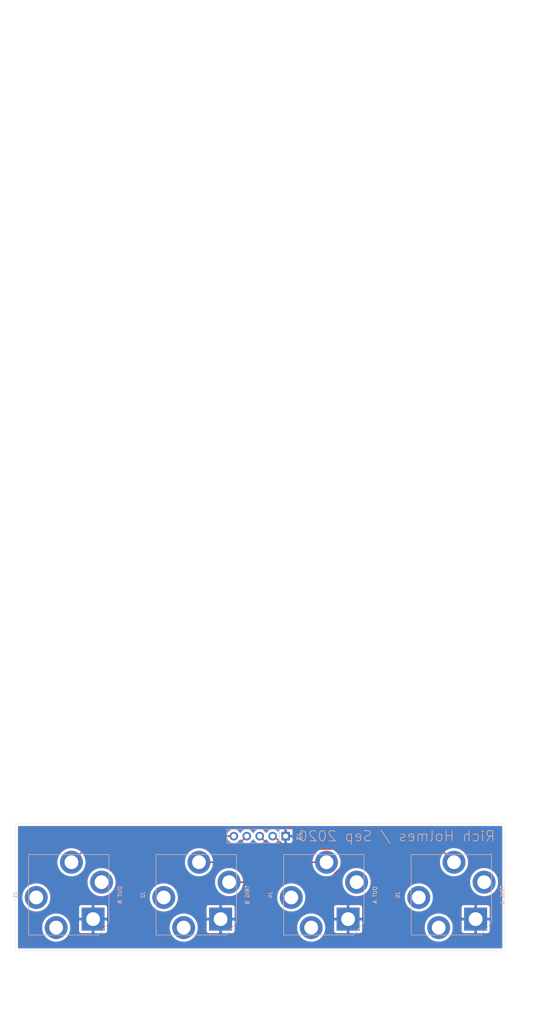
<source format=kicad_pcb>
(kicad_pcb (version 20171130) (host pcbnew 5.1.6-c6e7f7d~87~ubuntu20.04.1)

  (general
    (thickness 1.6)
    (drawings 7)
    (tracks 14)
    (zones 0)
    (modules 6)
    (nets 9)
  )

  (page USLetter)
  (title_block
    (title "Noise Bells")
    (date 2020-09-05)
    (company "Rich Holmes / AnalogOutput")
  )

  (layers
    (0 F.Cu signal)
    (31 B.Cu signal)
    (32 B.Adhes user)
    (33 F.Adhes user)
    (34 B.Paste user)
    (35 F.Paste user)
    (36 B.SilkS user)
    (37 F.SilkS user)
    (38 B.Mask user)
    (39 F.Mask user)
    (40 Dwgs.User user)
    (41 Cmts.User user)
    (42 Eco1.User user)
    (43 Eco2.User user)
    (44 Edge.Cuts user)
    (45 Margin user)
    (46 B.CrtYd user)
    (47 F.CrtYd user)
    (48 B.Fab user hide)
    (49 F.Fab user hide)
  )

  (setup
    (last_trace_width 0.25)
    (user_trace_width 0.75)
    (trace_clearance 0.2)
    (zone_clearance 0.508)
    (zone_45_only no)
    (trace_min 0.2)
    (via_size 0.8)
    (via_drill 0.4)
    (via_min_size 0.4)
    (via_min_drill 0.3)
    (uvia_size 0.3)
    (uvia_drill 0.1)
    (uvias_allowed no)
    (uvia_min_size 0.2)
    (uvia_min_drill 0.1)
    (edge_width 0.05)
    (segment_width 0.2)
    (pcb_text_width 0.3)
    (pcb_text_size 1.5 1.5)
    (mod_edge_width 0.12)
    (mod_text_size 1 1)
    (mod_text_width 0.15)
    (pad_size 1.524 1.524)
    (pad_drill 0.762)
    (pad_to_mask_clearance 0.051)
    (solder_mask_min_width 0.25)
    (aux_axis_origin 0 0)
    (visible_elements FFFFFF7F)
    (pcbplotparams
      (layerselection 0x010fc_ffffffff)
      (usegerberextensions false)
      (usegerberattributes false)
      (usegerberadvancedattributes false)
      (creategerberjobfile false)
      (excludeedgelayer true)
      (linewidth 0.100000)
      (plotframeref false)
      (viasonmask false)
      (mode 1)
      (useauxorigin false)
      (hpglpennumber 1)
      (hpglpenspeed 20)
      (hpglpendiameter 15.000000)
      (psnegative false)
      (psa4output false)
      (plotreference true)
      (plotvalue true)
      (plotinvisibletext false)
      (padsonsilk false)
      (subtractmaskfromsilk false)
      (outputformat 1)
      (mirror false)
      (drillshape 1)
      (scaleselection 1)
      (outputdirectory ""))
  )

  (net 0 "")
  (net 1 GND)
  (net 2 "Net-(J3-Pad3)")
  (net 3 "Net-(J1-PadTN)")
  (net 4 "Net-(J1-PadT)")
  (net 5 "Net-(J2-PadTN)")
  (net 6 "Net-(J2-PadT)")
  (net 7 "Net-(J4-PadTN)")
  (net 8 "Net-(J5-PadTN)")

  (net_class Default "This is the default net class."
    (clearance 0.2)
    (trace_width 0.25)
    (via_dia 0.8)
    (via_drill 0.4)
    (uvia_dia 0.3)
    (uvia_drill 0.1)
    (add_net GND)
    (add_net "Net-(J1-PadT)")
    (add_net "Net-(J1-PadTN)")
    (add_net "Net-(J2-PadT)")
    (add_net "Net-(J2-PadTN)")
    (add_net "Net-(J3-Pad3)")
    (add_net "Net-(J4-PadTN)")
    (add_net "Net-(J5-PadTN)")
  )

  (module ao_tht:noisebells_holes (layer B.Cu) (tedit 0) (tstamp 5F6C672B)
    (at 205 120 180)
    (fp_text reference G*** (at 0 0) (layer Dwgs.User) hide
      (effects (font (size 1.524 1.524) (thickness 0.3)))
    )
    (fp_text value LOGO (at 0.75 0) (layer Dwgs.User) hide
      (effects (font (size 1.524 1.524) (thickness 0.3)))
    )
    (fp_poly (pts (xy 50.2666 -100.2792) (xy -50.2666 -100.2792) (xy -50.2666 99.7204) (xy -49.7332 99.7204)
      (xy -49.7332 -99.7458) (xy 49.7332 -99.7458) (xy 49.7332 99.7204) (xy -49.7332 99.7204)
      (xy -50.2666 99.7204) (xy -50.2666 100.2538) (xy 50.2666 100.2538) (xy 50.2666 -100.2792)) (layer Dwgs.User) (width 0.01))
    (fp_poly (pts (xy -44.845548 -95.415231) (xy -44.582369 -95.415917) (xy -44.357867 -95.41748) (xy -44.168001 -95.420267)
      (xy -44.008731 -95.424625) (xy -43.876014 -95.430904) (xy -43.765811 -95.439449) (xy -43.674081 -95.450608)
      (xy -43.596781 -95.46473) (xy -43.529873 -95.482162) (xy -43.469314 -95.50325) (xy -43.411064 -95.528344)
      (xy -43.351081 -95.557789) (xy -43.285326 -95.591934) (xy -43.253223 -95.608693) (xy -43.020678 -95.755694)
      (xy -42.825649 -95.931829) (xy -42.668062 -96.132068) (xy -42.547838 -96.351379) (xy -42.464903 -96.584729)
      (xy -42.419178 -96.827088) (xy -42.410588 -97.073423) (xy -42.439057 -97.318703) (xy -42.504508 -97.557896)
      (xy -42.606864 -97.78597) (xy -42.746049 -97.997894) (xy -42.921986 -98.188635) (xy -43.1346 -98.353163)
      (xy -43.296332 -98.445626) (xy -43.358239 -98.476386) (xy -43.414994 -98.502913) (xy -43.470735 -98.525532)
      (xy -43.529599 -98.54457) (xy -43.595725 -98.560353) (xy -43.673249 -98.573208) (xy -43.766309 -98.58346)
      (xy -43.879044 -98.591435) (xy -44.01559 -98.597461) (xy -44.180085 -98.601863) (xy -44.376667 -98.604968)
      (xy -44.609474 -98.607102) (xy -44.882642 -98.608591) (xy -45.20031 -98.609761) (xy -45.38542 -98.610355)
      (xy -45.669952 -98.611157) (xy -45.941304 -98.611722) (xy -46.194895 -98.612055) (xy -46.426147 -98.612157)
      (xy -46.630479 -98.612034) (xy -46.803312 -98.611687) (xy -46.940066 -98.611121) (xy -47.036163 -98.610339)
      (xy -47.087023 -98.609343) (xy -47.0916 -98.609102) (xy -47.363215 -98.567133) (xy -47.62567 -98.479301)
      (xy -47.7012 -98.44509) (xy -47.922026 -98.313244) (xy -48.123625 -98.141848) (xy -48.295832 -97.941074)
      (xy -48.428483 -97.721094) (xy -48.431986 -97.7138) (xy -48.507466 -97.538879) (xy -48.555762 -97.380604)
      (xy -48.581622 -97.217722) (xy -48.589798 -97.028983) (xy -48.589825 -97.007699) (xy -48.571757 -96.745988)
      (xy -48.516725 -96.510251) (xy -48.424376 -96.293373) (xy -48.268003 -96.048966) (xy -48.07501 -95.838311)
      (xy -47.849383 -95.664632) (xy -47.595106 -95.531152) (xy -47.3964 -95.461713) (xy -47.36102 -95.452524)
      (xy -47.322151 -95.444622) (xy -47.275891 -95.43791) (xy -47.218335 -95.432292) (xy -47.145582 -95.427672)
      (xy -47.053727 -95.423954) (xy -46.938867 -95.421041) (xy -46.797101 -95.418838) (xy -46.624523 -95.417248)
      (xy -46.417231 -95.416176) (xy -46.171323 -95.415525) (xy -45.882893 -95.415198) (xy -45.548041 -95.4151)
      (xy -45.5041 -95.4151) (xy -45.151445 -95.415074) (xy -44.845548 -95.415231)) (layer Dwgs.User) (width 0.01))
    (fp_poly (pts (xy 45.5041 -95.4151) (xy 45.844846 -95.415176) (xy 46.138695 -95.41547) (xy 46.389551 -95.416077)
      (xy 46.601317 -95.417093) (xy 46.777895 -95.418615) (xy 46.92319 -95.420738) (xy 47.041103 -95.42356)
      (xy 47.135539 -95.427175) (xy 47.210401 -95.431681) (xy 47.269591 -95.437173) (xy 47.317013 -95.443747)
      (xy 47.35657 -95.4515) (xy 47.392166 -95.460527) (xy 47.3964 -95.461713) (xy 47.654417 -95.558689)
      (xy 47.891723 -95.69547) (xy 48.102922 -95.866622) (xy 48.282619 -96.066714) (xy 48.425418 -96.290315)
      (xy 48.525923 -96.531992) (xy 48.551149 -96.624219) (xy 48.575181 -96.771873) (xy 48.587267 -96.946744)
      (xy 48.587073 -97.127157) (xy 48.574267 -97.291439) (xy 48.562511 -97.363299) (xy 48.491178 -97.592976)
      (xy 48.376373 -97.817116) (xy 48.225303 -98.026671) (xy 48.045175 -98.212592) (xy 47.843195 -98.365829)
      (xy 47.7012 -98.444771) (xy 47.585494 -98.495456) (xy 47.466715 -98.540084) (xy 47.365561 -98.57108)
      (xy 47.34023 -98.576895) (xy 47.290331 -98.581885) (xy 47.194997 -98.586644) (xy 47.059592 -98.591137)
      (xy 46.889479 -98.595328) (xy 46.690023 -98.599181) (xy 46.466588 -98.602659) (xy 46.224537 -98.605728)
      (xy 45.969236 -98.608352) (xy 45.706048 -98.610495) (xy 45.440337 -98.612121) (xy 45.177467 -98.613193)
      (xy 44.922803 -98.613678) (xy 44.681708 -98.613538) (xy 44.459547 -98.612738) (xy 44.261683 -98.611242)
      (xy 44.093481 -98.609014) (xy 43.960305 -98.606019) (xy 43.867519 -98.602221) (xy 43.8404 -98.600243)
      (xy 43.637132 -98.570333) (xy 43.45687 -98.517142) (xy 43.307579 -98.450692) (xy 43.058867 -98.298596)
      (xy 42.846961 -98.11365) (xy 42.674144 -97.899501) (xy 42.542696 -97.659795) (xy 42.454897 -97.398179)
      (xy 42.41303 -97.118298) (xy 42.409645 -97.0153) (xy 42.433058 -96.732305) (xy 42.503412 -96.465082)
      (xy 42.618234 -96.217617) (xy 42.775051 -95.993901) (xy 42.97139 -95.79792) (xy 43.204778 -95.633664)
      (xy 43.297933 -95.58279) (xy 43.3601 -95.551256) (xy 43.416442 -95.523944) (xy 43.47095 -95.500551)
      (xy 43.527616 -95.480774) (xy 43.590433 -95.46431) (xy 43.663392 -95.450855) (xy 43.750485 -95.440105)
      (xy 43.855704 -95.431757) (xy 43.983041 -95.425509) (xy 44.136488 -95.421055) (xy 44.320036 -95.418094)
      (xy 44.537678 -95.416321) (xy 44.793405 -95.415433) (xy 45.09121 -95.415127) (xy 45.435084 -95.415098)
      (xy 45.5041 -95.4151)) (layer Dwgs.User) (width 0.01))
    (fp_poly (pts (xy -37.0763 -70.038796) (xy -36.6434 -70.091732) (xy -36.51757 -70.11518) (xy -36.032703 -70.238491)
      (xy -35.56922 -70.406415) (xy -35.129386 -70.616504) (xy -34.715465 -70.866305) (xy -34.32972 -71.153371)
      (xy -33.974416 -71.475249) (xy -33.651817 -71.82949) (xy -33.364186 -72.213643) (xy -33.113788 -72.625259)
      (xy -32.902888 -73.061886) (xy -32.733748 -73.521076) (xy -32.608633 -74.000377) (xy -32.538645 -74.421333)
      (xy -32.523917 -74.589147) (xy -32.515593 -74.791593) (xy -32.513523 -75.012927) (xy -32.517556 -75.237406)
      (xy -32.52754 -75.449286) (xy -32.543326 -75.632825) (xy -32.55083 -75.691979) (xy -32.647059 -76.194678)
      (xy -32.789681 -76.677468) (xy -32.977949 -77.138849) (xy -33.211116 -77.577319) (xy -33.488437 -77.991377)
      (xy -33.809165 -78.379522) (xy -33.972058 -78.549942) (xy -34.344749 -78.887306) (xy -34.745777 -79.182694)
      (xy -35.174079 -79.43556) (xy -35.628593 -79.645359) (xy -36.108259 -79.811543) (xy -36.612015 -79.933567)
      (xy -36.6903 -79.948155) (xy -36.840369 -79.96853) (xy -37.027949 -79.984013) (xy -37.23997 -79.994395)
      (xy -37.46336 -79.999465) (xy -37.685048 -79.999011) (xy -37.891961 -79.992823) (xy -38.071028 -79.980691)
      (xy -38.1508 -79.971694) (xy -38.64132 -79.880723) (xy -39.113506 -79.744079) (xy -39.564977 -79.564188)
      (xy -39.99335 -79.343474) (xy -40.396245 -79.084362) (xy -40.77128 -78.789275) (xy -41.116073 -78.460637)
      (xy -41.428242 -78.100874) (xy -41.705407 -77.712409) (xy -41.945185 -77.297667) (xy -42.145194 -76.859072)
      (xy -42.303054 -76.399047) (xy -42.416383 -75.920019) (xy -42.467618 -75.577514) (xy -42.493085 -75.209974)
      (xy -42.49054 -74.8792) (xy -40.007655 -74.8792) (xy -39.999978 -75.01255) (xy -39.9923 -75.1459)
      (xy -38.81755 -75.152503) (xy -37.6428 -75.159107) (xy -37.6428 -76.32302) (xy -37.642442 -76.56144)
      (xy -37.641415 -76.784156) (xy -37.639794 -76.986044) (xy -37.637652 -77.161984) (xy -37.635062 -77.306855)
      (xy -37.632098 -77.415535) (xy -37.628833 -77.482902) (xy -37.625867 -77.503866) (xy -37.592445 -77.513798)
      (xy -37.526676 -77.51989) (xy -37.486167 -77.5208) (xy -37.3634 -77.5208) (xy -37.3634 -75.1586)
      (xy -35.0012 -75.1586) (xy -35.0012 -74.8792) (xy -37.3634 -74.8792) (xy -37.3634 -72.517)
      (xy -37.6428 -72.517) (xy -37.6428 -74.8792) (xy -40.007655 -74.8792) (xy -42.49054 -74.8792)
      (xy -42.49008 -74.819534) (xy -42.45977 -74.424555) (xy -42.403319 -74.043398) (xy -42.356442 -73.8251)
      (xy -42.215356 -73.352014) (xy -42.029172 -72.898993) (xy -41.800548 -72.468776) (xy -41.532139 -72.064101)
      (xy -41.226602 -71.687707) (xy -40.886593 -71.342331) (xy -40.514769 -71.030713) (xy -40.113787 -70.75559)
      (xy -39.686302 -70.519702) (xy -39.234972 -70.325787) (xy -38.8366 -70.196568) (xy -38.418307 -70.102614)
      (xy -37.976797 -70.044695) (xy -37.525113 -70.02327) (xy -37.0763 -70.038796)) (layer Dwgs.User) (width 0.01))
    (fp_poly (pts (xy -11.986069 -70.048926) (xy -11.490993 -70.121349) (xy -11.012772 -70.241464) (xy -10.552608 -70.408789)
      (xy -10.111701 -70.622839) (xy -9.691252 -70.883133) (xy -9.292462 -71.189189) (xy -9.045781 -71.4121)
      (xy -8.695726 -71.781372) (xy -8.391225 -72.172695) (xy -8.131484 -72.587316) (xy -7.915714 -73.026481)
      (xy -7.76144 -73.434664) (xy -7.62738 -73.920325) (xy -7.542697 -74.408266) (xy -7.506326 -74.895443)
      (xy -7.517205 -75.378817) (xy -7.574269 -75.855346) (xy -7.676455 -76.321988) (xy -7.822698 -76.775703)
      (xy -8.011937 -77.213449) (xy -8.243106 -77.632186) (xy -8.515142 -78.028871) (xy -8.826982 -78.400464)
      (xy -9.177561 -78.743924) (xy -9.565816 -79.056208) (xy -9.779 -79.20315) (xy -10.20195 -79.449542)
      (xy -10.647875 -79.652776) (xy -11.111805 -79.811723) (xy -11.58877 -79.925257) (xy -12.073798 -79.99225)
      (xy -12.561918 -80.011576) (xy -13.04816 -79.982108) (xy -13.155883 -79.968762) (xy -13.654764 -79.875994)
      (xy -14.135715 -79.735986) (xy -14.596879 -79.549687) (xy -15.036395 -79.318048) (xy -15.452406 -79.04202)
      (xy -15.843052 -78.722552) (xy -16.119943 -78.453271) (xy -16.44416 -78.078834) (xy -16.724867 -77.681528)
      (xy -16.962102 -77.26464) (xy -17.155904 -76.831458) (xy -17.306311 -76.38527) (xy -17.413361 -75.929363)
      (xy -17.477092 -75.467024) (xy -17.497544 -75.001541) (xy -17.491553 -74.8792) (xy -15.014055 -74.8792)
      (xy -15.006378 -75.01255) (xy -14.9987 -75.1459) (xy -12.6238 -75.159102) (xy -12.6238 -77.5208)
      (xy -12.3698 -77.5208) (xy -12.3698 -75.1586) (xy -10.0076 -75.1586) (xy -10.0076 -74.8792)
      (xy -12.3698 -74.8792) (xy -12.3698 -72.517) (xy -12.6238 -72.517) (xy -12.6238 -74.8792)
      (xy -15.014055 -74.8792) (xy -17.491553 -74.8792) (xy -17.474753 -74.536201) (xy -17.40876 -74.074293)
      (xy -17.299601 -73.619103) (xy -17.147315 -73.17392) (xy -16.951942 -72.74203) (xy -16.713518 -72.326722)
      (xy -16.432082 -71.931282) (xy -16.107673 -71.558998) (xy -16.038721 -71.488692) (xy -15.660904 -71.145477)
      (xy -15.258981 -70.846743) (xy -14.834538 -70.593144) (xy -14.389155 -70.385336) (xy -13.924418 -70.223971)
      (xy -13.441908 -70.109705) (xy -12.943209 -70.043191) (xy -12.4968 -70.024678) (xy -11.986069 -70.048926)) (layer Dwgs.User) (width 0.01))
    (fp_poly (pts (xy 13.006703 -70.048378) (xy 13.496935 -70.118311) (xy 13.969364 -70.23525) (xy 14.425859 -70.399694)
      (xy 14.868288 -70.612143) (xy 15.024373 -70.70041) (xy 15.440704 -70.973964) (xy 15.822873 -71.282902)
      (xy 16.1695 -71.624048) (xy 16.479205 -71.994229) (xy 16.750609 -72.390271) (xy 16.982331 -72.809)
      (xy 17.172992 -73.247243) (xy 17.321211 -73.701827) (xy 17.42561 -74.169577) (xy 17.484807 -74.647319)
      (xy 17.497423 -75.13188) (xy 17.462078 -75.620086) (xy 17.377393 -76.108764) (xy 17.376866 -76.1111)
      (xy 17.243682 -76.588416) (xy 17.065155 -77.046319) (xy 16.843837 -77.481983) (xy 16.582279 -77.892587)
      (xy 16.283035 -78.275307) (xy 15.948655 -78.627319) (xy 15.581693 -78.9458) (xy 15.184701 -79.227928)
      (xy 14.76023 -79.470879) (xy 14.310832 -79.671829) (xy 14.0843 -79.753443) (xy 13.634431 -79.878948)
      (xy 13.167341 -79.96351) (xy 12.694139 -80.005947) (xy 12.225936 -80.005078) (xy 11.938 -79.981703)
      (xy 11.448582 -79.901068) (xy 10.975529 -79.773951) (xy 10.521451 -79.602732) (xy 10.088957 -79.389792)
      (xy 9.680659 -79.137512) (xy 9.299164 -78.848273) (xy 8.947083 -78.524455) (xy 8.627026 -78.168441)
      (xy 8.341603 -77.78261) (xy 8.093423 -77.369344) (xy 7.885097 -76.931023) (xy 7.719233 -76.47003)
      (xy 7.606886 -76.030354) (xy 7.531319 -75.54301) (xy 7.50465 -75.0512) (xy 7.512149 -74.8792)
      (xy 10.0076 -74.8792) (xy 10.0076 -75.1586) (xy 12.3698 -75.1586) (xy 12.3698 -77.5208)
      (xy 12.6238 -77.5208) (xy 12.6238 -75.159102) (xy 14.9987 -75.1459) (xy 14.9987 -74.8919)
      (xy 13.81125 -74.885298) (xy 12.6238 -74.878697) (xy 12.6238 -72.517) (xy 12.3698 -72.517)
      (xy 12.3698 -74.8792) (xy 10.0076 -74.8792) (xy 7.512149 -74.8792) (xy 7.526089 -74.55952)
      (xy 7.594844 -74.072562) (xy 7.710126 -73.594921) (xy 7.871143 -73.131189) (xy 8.077105 -72.685961)
      (xy 8.228346 -72.419064) (xy 8.506762 -72.010775) (xy 8.825347 -71.631035) (xy 9.179929 -71.283717)
      (xy 9.566337 -70.972696) (xy 9.980399 -70.701848) (xy 10.216676 -70.572297) (xy 10.660173 -70.369128)
      (xy 11.105654 -70.214421) (xy 11.559803 -70.106569) (xy 12.029304 -70.043968) (xy 12.4968 -70.024951)
      (xy 13.006703 -70.048378)) (layer Dwgs.User) (width 0.01))
    (fp_poly (pts (xy 38.198786 -70.071889) (xy 38.68929 -70.163196) (xy 39.162047 -70.300509) (xy 39.614968 -70.482784)
      (xy 40.045962 -70.708975) (xy 40.452939 -70.978039) (xy 40.833809 -71.288931) (xy 41.186481 -71.640606)
      (xy 41.508864 -72.032019) (xy 41.688797 -72.2884) (xy 41.935478 -72.707833) (xy 42.138154 -73.14972)
      (xy 42.296138 -73.609982) (xy 42.408744 -74.084538) (xy 42.475286 -74.569307) (xy 42.495076 -75.060209)
      (xy 42.46743 -75.553165) (xy 42.39166 -76.044093) (xy 42.351049 -76.2254) (xy 42.213076 -76.686725)
      (xy 42.029284 -77.131185) (xy 41.802721 -77.555497) (xy 41.536429 -77.956376) (xy 41.233456 -78.330541)
      (xy 40.896845 -78.674708) (xy 40.529642 -78.985592) (xy 40.134893 -79.259912) (xy 39.715642 -79.494383)
      (xy 39.274934 -79.685723) (xy 39.0779 -79.754469) (xy 38.583899 -79.888756) (xy 38.084833 -79.974103)
      (xy 37.58445 -80.010115) (xy 37.086497 -79.996402) (xy 36.9189 -79.980397) (xy 36.695102 -79.94695)
      (xy 36.443927 -79.89558) (xy 36.183676 -79.830601) (xy 35.932648 -79.756325) (xy 35.84753 -79.727957)
      (xy 35.396082 -79.545821) (xy 34.966657 -79.319775) (xy 34.562163 -79.052977) (xy 34.185507 -78.748582)
      (xy 33.839598 -78.409747) (xy 33.527342 -78.039628) (xy 33.251647 -77.641383) (xy 33.015422 -77.218167)
      (xy 32.821572 -76.773138) (xy 32.673007 -76.309452) (xy 32.662909 -76.270643) (xy 32.616657 -76.079448)
      (xy 32.581699 -75.907139) (xy 32.556225 -75.739542) (xy 32.538422 -75.562486) (xy 32.526481 -75.361799)
      (xy 32.51916 -75.1459) (xy 32.51912 -74.8792) (xy 35.0012 -74.8792) (xy 35.0012 -75.1586)
      (xy 37.3634 -75.1586) (xy 37.3634 -77.523454) (xy 37.6301 -77.5081) (xy 37.636703 -76.333603)
      (xy 37.643307 -75.159107) (xy 38.817803 -75.152503) (xy 39.9923 -75.1459) (xy 40.007654 -74.8792)
      (xy 37.6428 -74.8792) (xy 37.6428 -72.517) (xy 37.3634 -72.517) (xy 37.3634 -74.8792)
      (xy 35.0012 -74.8792) (xy 32.51912 -74.8792) (xy 32.519103 -74.768233) (xy 32.541056 -74.422679)
      (xy 32.587237 -74.094561) (xy 32.659864 -73.769208) (xy 32.761156 -73.431943) (xy 32.791758 -73.3425)
      (xy 32.975145 -72.89298) (xy 33.201019 -72.467137) (xy 33.466224 -72.067356) (xy 33.767602 -71.696024)
      (xy 34.101996 -71.355526) (xy 34.466249 -71.048248) (xy 34.857204 -70.776577) (xy 35.271703 -70.542898)
      (xy 35.706589 -70.349597) (xy 36.158705 -70.199062) (xy 36.624894 -70.093676) (xy 37.101999 -70.035828)
      (xy 37.1729 -70.031474) (xy 37.692625 -70.027634) (xy 38.198786 -70.071889)) (layer Dwgs.User) (width 0.01))
    (fp_poly (pts (xy -34.502912 -31.554594) (xy -34.105819 -31.634171) (xy -33.721184 -31.759346) (xy -33.509743 -31.851084)
      (xy -33.135765 -32.056301) (xy -32.79569 -32.298666) (xy -32.49105 -32.576177) (xy -32.223377 -32.886832)
      (xy -31.994204 -33.228628) (xy -31.805062 -33.599564) (xy -31.657483 -33.997636) (xy -31.556168 -34.4043)
      (xy -31.518029 -34.693301) (xy -31.507862 -35.009398) (xy -31.524804 -35.337864) (xy -31.567991 -35.663973)
      (xy -31.636559 -35.972997) (xy -31.65116 -36.024411) (xy -31.789806 -36.407435) (xy -31.972202 -36.767944)
      (xy -32.195276 -37.103128) (xy -32.455956 -37.410176) (xy -32.751168 -37.686277) (xy -33.07784 -37.928623)
      (xy -33.4329 -38.134401) (xy -33.813275 -38.300802) (xy -34.215893 -38.425015) (xy -34.296395 -38.444006)
      (xy -34.416992 -38.463776) (xy -34.575228 -38.479197) (xy -34.75811 -38.489997) (xy -34.952641 -38.495907)
      (xy -35.145827 -38.496657) (xy -35.324671 -38.491978) (xy -35.476178 -38.4816) (xy -35.562008 -38.470277)
      (xy -35.978554 -38.372134) (xy -36.372542 -38.229964) (xy -36.741431 -38.046268) (xy -37.082677 -37.823544)
      (xy -37.393739 -37.564294) (xy -37.672074 -37.271016) (xy -37.915139 -36.946212) (xy -38.120392 -36.592381)
      (xy -38.285291 -36.212024) (xy -38.407293 -35.807639) (xy -38.444186 -35.6362) (xy -38.470165 -35.450826)
      (xy -38.485723 -35.232721) (xy -38.490801 -34.998883) (xy -38.487875 -34.8742) (xy -37.4904 -34.8742)
      (xy -37.4904 -35.1536) (xy -35.1282 -35.1536) (xy -35.1282 -37.5158) (xy -34.8742 -37.5158)
      (xy -34.8742 -35.1536) (xy -32.512 -35.1536) (xy -32.512 -34.8742) (xy -34.8742 -34.8742)
      (xy -34.8742 -32.512) (xy -35.1282 -32.512) (xy -35.1282 -34.8742) (xy -37.4904 -34.8742)
      (xy -38.487875 -34.8742) (xy -38.485342 -34.766313) (xy -38.46929 -34.552009) (xy -38.448359 -34.402816)
      (xy -38.349261 -33.997353) (xy -38.204215 -33.61022) (xy -38.015824 -33.24479) (xy -37.786687 -32.904436)
      (xy -37.519407 -32.592533) (xy -37.216585 -32.312453) (xy -36.880822 -32.067571) (xy -36.514718 -31.86126)
      (xy -36.473303 -31.841347) (xy -36.100466 -31.692649) (xy -35.711239 -31.589643) (xy -35.311392 -31.532311)
      (xy -34.906693 -31.520635) (xy -34.502912 -31.554594)) (layer Dwgs.User) (width 0.01))
    (fp_poly (pts (xy 18.044833 -31.560478) (xy 18.457565 -31.648477) (xy 18.504657 -31.661724) (xy 18.866407 -31.791678)
      (xy 19.216021 -31.96727) (xy 19.547881 -32.183759) (xy 19.856371 -32.436402) (xy 20.135873 -32.72046)
      (xy 20.38077 -33.03119) (xy 20.585444 -33.36385) (xy 20.634391 -33.459484) (xy 20.78577 -33.810506)
      (xy 20.893452 -34.160217) (xy 20.9601 -34.520257) (xy 20.988374 -34.902266) (xy 20.989776 -35.0139)
      (xy 20.969982 -35.421293) (xy 20.90891 -35.803981) (xy 20.804498 -36.169547) (xy 20.654686 -36.525575)
      (xy 20.503166 -36.8046) (xy 20.267932 -37.150732) (xy 19.995859 -37.463019) (xy 19.689598 -37.739568)
      (xy 19.351801 -37.978487) (xy 18.985119 -38.177885) (xy 18.592204 -38.335868) (xy 18.205405 -38.444006)
      (xy 18.078292 -38.464903) (xy 17.913716 -38.480782) (xy 17.724791 -38.49141) (xy 17.524628 -38.496555)
      (xy 17.326338 -38.495982) (xy 17.143034 -38.48946) (xy 16.987828 -38.476756) (xy 16.918108 -38.466861)
      (xy 16.762534 -38.433103) (xy 16.579876 -38.383116) (xy 16.386703 -38.322321) (xy 16.199582 -38.256139)
      (xy 16.03508 -38.189988) (xy 15.947824 -38.149421) (xy 15.581306 -37.93742) (xy 15.247121 -37.687427)
      (xy 14.947436 -37.402323) (xy 14.684418 -37.08499) (xy 14.460236 -36.738311) (xy 14.277057 -36.365167)
      (xy 14.137047 -35.968439) (xy 14.057614 -35.6362) (xy 14.030672 -35.450711) (xy 14.015605 -35.234648)
      (xy 14.011566 -35.0139) (xy 14.019248 -34.8742) (xy 15.0114 -34.8742) (xy 15.0114 -35.1536)
      (xy 17.3736 -35.1536) (xy 17.3736 -37.5158) (xy 17.6276 -37.5158) (xy 17.6276 -35.1536)
      (xy 19.9898 -35.1536) (xy 19.9898 -34.8742) (xy 17.6276 -34.8742) (xy 17.6276 -32.512)
      (xy 17.3736 -32.512) (xy 17.3736 -34.8742) (xy 15.0114 -34.8742) (xy 14.019248 -34.8742)
      (xy 14.035157 -34.584944) (xy 14.105877 -34.174943) (xy 14.223643 -33.784094) (xy 14.388375 -33.412592)
      (xy 14.59999 -33.060635) (xy 14.858408 -32.728418) (xy 15.040029 -32.534506) (xy 15.351406 -32.258514)
      (xy 15.688705 -32.024683) (xy 16.048142 -31.833966) (xy 16.425928 -31.687316) (xy 16.818277 -31.585689)
      (xy 17.221402 -31.530037) (xy 17.631516 -31.521316) (xy 18.044833 -31.560478)) (layer Dwgs.User) (width 0.01))
    (fp_poly (pts (xy -34.733723 -1.532224) (xy -34.528358 -1.548653) (xy -34.415126 -1.564189) (xy -34.015208 -1.656408)
      (xy -33.633569 -1.79405) (xy -33.273277 -1.974067) (xy -32.9374 -2.193414) (xy -32.629004 -2.449045)
      (xy -32.351159 -2.737912) (xy -32.106933 -3.056969) (xy -31.899391 -3.40317) (xy -31.731604 -3.773467)
      (xy -31.606638 -4.164816) (xy -31.554042 -4.405416) (xy -31.529345 -4.592149) (xy -31.51527 -4.811056)
      (xy -31.511759 -5.045124) (xy -31.518756 -5.277342) (xy -31.536206 -5.490699) (xy -31.558114 -5.6388)
      (xy -31.661651 -6.052212) (xy -31.809132 -6.442271) (xy -31.998242 -6.806625) (xy -32.226669 -7.142919)
      (xy -32.492098 -7.448798) (xy -32.792216 -7.72191) (xy -33.124709 -7.9599) (xy -33.487264 -8.160414)
      (xy -33.877567 -8.321098) (xy -34.293304 -8.439599) (xy -34.315886 -8.444631) (xy -34.406214 -8.459118)
      (xy -34.53329 -8.472365) (xy -34.68492 -8.483819) (xy -34.848911 -8.49293) (xy -35.013067 -8.499143)
      (xy -35.165196 -8.501908) (xy -35.293102 -8.50067) (xy -35.384593 -8.494879) (xy -35.3949 -8.493513)
      (xy -35.610765 -8.456222) (xy -35.827025 -8.409163) (xy -36.02189 -8.357249) (xy -36.0807 -8.33894)
      (xy -36.471801 -8.185398) (xy -36.836046 -7.990056) (xy -37.171078 -7.755619) (xy -37.474538 -7.484789)
      (xy -37.744071 -7.18027) (xy -37.977317 -6.844766) (xy -38.17192 -6.480979) (xy -38.325523 -6.091612)
      (xy -38.435768 -5.67937) (xy -38.446434 -5.6261) (xy -38.471415 -5.448078) (xy -38.486247 -5.236569)
      (xy -38.490927 -5.007863) (xy -38.487803 -4.8768) (xy -37.4904 -4.8768) (xy -37.4904 -5.1562)
      (xy -35.1282 -5.1562) (xy -35.1282 -7.5184) (xy -34.8742 -7.5184) (xy -34.8742 -5.1562)
      (xy -32.512 -5.1562) (xy -32.512 -4.8768) (xy -34.8742 -4.8768) (xy -34.8742 -2.5146)
      (xy -35.1282 -2.5146) (xy -35.1282 -4.8768) (xy -37.4904 -4.8768) (xy -38.487803 -4.8768)
      (xy -38.485453 -4.778249) (xy -38.469823 -4.564016) (xy -38.446595 -4.395193) (xy -38.348533 -3.995446)
      (xy -38.203512 -3.609975) (xy -38.014454 -3.243443) (xy -37.784281 -2.900512) (xy -37.515916 -2.585845)
      (xy -37.212281 -2.304104) (xy -37.063182 -2.188029) (xy -36.767623 -1.996773) (xy -36.438714 -1.830259)
      (xy -36.09024 -1.694281) (xy -35.735986 -1.594635) (xy -35.575723 -1.562738) (xy -35.396757 -1.540631)
      (xy -35.18523 -1.528191) (xy -34.95845 -1.525396) (xy -34.733723 -1.532224)) (layer Dwgs.User) (width 0.01))
    (fp_poly (pts (xy 17.768077 -1.532224) (xy 17.973442 -1.548653) (xy 18.086674 -1.564189) (xy 18.486175 -1.656465)
      (xy 18.868692 -1.794709) (xy 19.230759 -1.975923) (xy 19.568906 -2.197105) (xy 19.879667 -2.455257)
      (xy 20.159573 -2.747378) (xy 20.405158 -3.070468) (xy 20.612953 -3.421528) (xy 20.77949 -3.797556)
      (xy 20.827717 -3.935516) (xy 20.898977 -4.180234) (xy 20.94784 -4.414834) (xy 20.976979 -4.657159)
      (xy 20.989071 -4.92505) (xy 20.989776 -5.0165) (xy 20.974483 -5.385709) (xy 20.926411 -5.726547)
      (xy 20.842709 -6.051691) (xy 20.720526 -6.373819) (xy 20.650569 -6.52457) (xy 20.443449 -6.89299)
      (xy 20.199878 -7.228854) (xy 19.92311 -7.530133) (xy 19.616399 -7.794796) (xy 19.282999 -8.020815)
      (xy 18.926164 -8.20616) (xy 18.549147 -8.348801) (xy 18.155203 -8.44671) (xy 17.747585 -8.497856)
      (xy 17.4752 -8.505044) (xy 17.350435 -8.502742) (xy 17.237415 -8.49932) (xy 17.149967 -8.495276)
      (xy 17.1069 -8.491825) (xy 16.686846 -8.414576) (xy 16.287364 -8.292244) (xy 15.911035 -8.127252)
      (xy 15.560441 -7.922024) (xy 15.238161 -7.678984) (xy 14.946778 -7.400556) (xy 14.688872 -7.089164)
      (xy 14.467025 -6.747232) (xy 14.283816 -6.377183) (xy 14.141829 -5.981442) (xy 14.055366 -5.6261)
      (xy 14.030995 -5.452716) (xy 14.016196 -5.245699) (xy 14.010996 -5.021309) (xy 14.013831 -4.8768)
      (xy 15.0114 -4.8768) (xy 15.0114 -5.1562) (xy 17.3736 -5.1562) (xy 17.3736 -7.5184)
      (xy 17.6276 -7.5184) (xy 17.6276 -5.1562) (xy 19.9898 -5.1562) (xy 19.9898 -4.8768)
      (xy 17.6276 -4.8768) (xy 17.6276 -2.5146) (xy 17.3736 -2.5146) (xy 17.3736 -4.8768)
      (xy 15.0114 -4.8768) (xy 14.013831 -4.8768) (xy 14.01542 -4.795807) (xy 14.029493 -4.585455)
      (xy 14.053242 -4.406513) (xy 14.053441 -4.405416) (xy 14.15207 -4.001154) (xy 14.296804 -3.612694)
      (xy 14.485031 -3.245096) (xy 14.714137 -2.903425) (xy 14.981512 -2.592741) (xy 14.996892 -2.577042)
      (xy 15.315186 -2.289225) (xy 15.658962 -2.044709) (xy 16.026079 -1.844621) (xy 16.414396 -1.690086)
      (xy 16.821772 -1.58223) (xy 16.926077 -1.562738) (xy 17.105043 -1.540631) (xy 17.31657 -1.528191)
      (xy 17.54335 -1.525396) (xy 17.768077 -1.532224)) (layer Dwgs.User) (width 0.01))
    (fp_poly (pts (xy -34.722493 38.46487) (xy -34.528734 38.451868) (xy -34.366439 38.431699) (xy -34.3154 38.42206)
      (xy -33.903562 38.30896) (xy -33.51365 38.151769) (xy -33.148686 37.95263) (xy -32.811696 37.713687)
      (xy -32.505702 37.437085) (xy -32.233729 37.124966) (xy -31.998799 36.779477) (xy -31.998634 36.7792)
      (xy -31.811656 36.42553) (xy -31.671642 36.068259) (xy -31.576529 35.69979) (xy -31.524251 35.312531)
      (xy -31.511881 34.9885) (xy -31.534418 34.564299) (xy -31.60264 34.161072) (xy -31.717459 33.776233)
      (xy -31.87979 33.407201) (xy -32.090547 33.05139) (xy -32.295201 32.773818) (xy -32.563837 32.479423)
      (xy -32.869369 32.216681) (xy -33.206656 31.988723) (xy -33.570558 31.798679) (xy -33.955932 31.649679)
      (xy -34.29 31.559075) (xy -34.418189 31.538256) (xy -34.583672 31.522292) (xy -34.773154 31.511443)
      (xy -34.973338 31.505968) (xy -35.170929 31.506127) (xy -35.352628 31.512181) (xy -35.50514 31.52439)
      (xy -35.5727 31.533988) (xy -35.982901 31.631091) (xy -36.372703 31.772592) (xy -36.739158 31.95578)
      (xy -37.079321 32.177944) (xy -37.390246 32.436371) (xy -37.668985 32.72835) (xy -37.912593 33.05117)
      (xy -38.118123 33.402119) (xy -38.282628 33.778486) (xy -38.390862 34.127549) (xy -38.469482 34.535648)
      (xy -38.499297 34.940612) (xy -38.491301 35.1282) (xy -37.4904 35.1282) (xy -37.4904 34.8488)
      (xy -35.1282 34.8488) (xy -35.1282 32.4866) (xy -34.8742 32.4866) (xy -34.8742 34.8488)
      (xy -32.512 34.8488) (xy -32.512 35.1282) (xy -34.8742 35.1282) (xy -34.8742 37.4904)
      (xy -35.1282 37.4904) (xy -35.1282 35.1282) (xy -37.4904 35.1282) (xy -38.491301 35.1282)
      (xy -38.482303 35.339271) (xy -38.420494 35.728456) (xy -38.315866 36.104998) (xy -38.170414 36.465728)
      (xy -37.986134 36.807477) (xy -37.76502 37.127075) (xy -37.509067 37.421354) (xy -37.220272 37.687145)
      (xy -36.900629 37.921277) (xy -36.552133 38.120583) (xy -36.176779 38.281893) (xy -35.776564 38.402038)
      (xy -35.687 38.422285) (xy -35.540029 38.445155) (xy -35.356485 38.460847) (xy -35.149976 38.469361)
      (xy -34.93411 38.470702) (xy -34.722493 38.46487)) (layer Dwgs.User) (width 0.01))
    (fp_poly (pts (xy 0.279319 38.464881) (xy 0.47322 38.451824) (xy 0.635602 38.431561) (xy 0.6858 38.42206)
      (xy 1.097638 38.30896) (xy 1.48755 38.151769) (xy 1.852514 37.95263) (xy 2.189504 37.713687)
      (xy 2.495498 37.437085) (xy 2.767471 37.124966) (xy 3.002401 36.779477) (xy 3.002566 36.7792)
      (xy 3.189544 36.42553) (xy 3.329558 36.068259) (xy 3.424671 35.69979) (xy 3.476949 35.312531)
      (xy 3.489319 34.9885) (xy 3.466782 34.564299) (xy 3.39856 34.161072) (xy 3.283741 33.776233)
      (xy 3.12141 33.407201) (xy 2.910653 33.05139) (xy 2.705999 32.773818) (xy 2.435598 32.477319)
      (xy 2.129497 32.214093) (xy 1.792698 31.987013) (xy 1.4302 31.79895) (xy 1.047005 31.652779)
      (xy 0.648114 31.551372) (xy 0.546857 31.533405) (xy 0.380819 31.514101) (xy 0.182522 31.502956)
      (xy -0.031018 31.499939) (xy -0.242788 31.505017) (xy -0.43577 31.518158) (xy -0.5715 31.535505)
      (xy -0.969673 31.627762) (xy -1.353157 31.765868) (xy -1.71769 31.946666) (xy -2.05901 32.166997)
      (xy -2.372857 32.423705) (xy -2.654967 32.71363) (xy -2.90108 33.033616) (xy -3.106933 33.380504)
      (xy -3.133792 33.434085) (xy -3.285233 33.785246) (xy -3.392918 34.135003) (xy -3.45951 34.49501)
      (xy -3.487672 34.876919) (xy -3.489034 34.9885) (xy -3.484961 35.1282) (xy -2.4892 35.1282)
      (xy -2.4892 34.8488) (xy -0.127 34.8488) (xy -0.127 32.4866) (xy 0.127 32.4866)
      (xy 0.127 34.8488) (xy 2.4892 34.8488) (xy 2.4892 35.1282) (xy 0.127 35.1282)
      (xy 0.127 37.4904) (xy -0.127 37.4904) (xy -0.127 35.1282) (xy -2.4892 35.1282)
      (xy -3.484961 35.1282) (xy -3.480496 35.281296) (xy -3.452975 35.544821) (xy -3.403615 35.797978)
      (xy -3.329556 36.05967) (xy -3.324874 36.074177) (xy -3.17365 36.459808) (xy -2.979763 36.820506)
      (xy -2.746207 37.153606) (xy -2.475978 37.456442) (xy -2.172073 37.72635) (xy -1.837485 37.960665)
      (xy -1.475212 38.156721) (xy -1.088249 38.311854) (xy -0.6858 38.422074) (xy -0.538804 38.445048)
      (xy -0.35516 38.460816) (xy -0.148504 38.469377) (xy 0.067534 38.470732) (xy 0.279319 38.464881)) (layer Dwgs.User) (width 0.01))
    (fp_poly (pts (xy 35.280519 38.464881) (xy 35.47442 38.451824) (xy 35.636802 38.431561) (xy 35.687 38.42206)
      (xy 36.100679 38.308427) (xy 36.491911 38.150441) (xy 36.857944 37.950045) (xy 37.196024 37.709181)
      (xy 37.503401 37.429794) (xy 37.777322 37.113825) (xy 37.999074 36.789763) (xy 38.1894 36.432244)
      (xy 38.332346 36.063287) (xy 38.429045 35.678736) (xy 38.480631 35.274439) (xy 38.490519 34.9885)
      (xy 38.467982 34.564299) (xy 38.39976 34.161072) (xy 38.284941 33.776233) (xy 38.12261 33.407201)
      (xy 37.911853 33.05139) (xy 37.707199 32.773818) (xy 37.436798 32.477319) (xy 37.130697 32.214093)
      (xy 36.793898 31.987013) (xy 36.4314 31.79895) (xy 36.048205 31.652779) (xy 35.649314 31.551372)
      (xy 35.548057 31.533405) (xy 35.382019 31.514101) (xy 35.183722 31.502956) (xy 34.970182 31.499939)
      (xy 34.758412 31.505017) (xy 34.56543 31.518158) (xy 34.4297 31.535505) (xy 34.025381 31.62884)
      (xy 33.639109 31.767612) (xy 33.274247 31.948929) (xy 32.934161 32.169898) (xy 32.622213 32.427626)
      (xy 32.341769 32.71922) (xy 32.096194 33.041789) (xy 31.888851 33.392439) (xy 31.723105 33.768278)
      (xy 31.676326 33.902824) (xy 31.600874 34.165498) (xy 31.550273 34.418633) (xy 31.521664 34.681131)
      (xy 31.512189 34.971896) (xy 31.512166 34.9885) (xy 31.516239 35.1282) (xy 32.512 35.1282)
      (xy 32.512 34.8488) (xy 34.8742 34.8488) (xy 34.8742 32.4866) (xy 35.1282 32.4866)
      (xy 35.1282 34.8488) (xy 37.4904 34.8488) (xy 37.4904 35.1282) (xy 35.1282 35.1282)
      (xy 35.1282 37.4904) (xy 34.8742 37.4904) (xy 34.8742 35.1282) (xy 32.512 35.1282)
      (xy 31.516239 35.1282) (xy 31.520704 35.281296) (xy 31.548225 35.544821) (xy 31.597585 35.797978)
      (xy 31.671644 36.05967) (xy 31.676326 36.074177) (xy 31.82755 36.459808) (xy 32.021437 36.820506)
      (xy 32.254993 37.153606) (xy 32.525222 37.456442) (xy 32.829127 37.72635) (xy 33.163715 37.960665)
      (xy 33.525988 38.156721) (xy 33.912951 38.311854) (xy 34.3154 38.422074) (xy 34.462396 38.445048)
      (xy 34.64604 38.460816) (xy 34.852696 38.469377) (xy 35.068734 38.470732) (xy 35.280519 38.464881)) (layer Dwgs.User) (width 0.01))
    (fp_poly (pts (xy -34.735477 73.468371) (xy -34.534288 73.453621) (xy -34.361815 73.431482) (xy -34.296395 73.418953)
      (xy -33.885422 73.303749) (xy -33.496487 73.144526) (xy -33.132637 72.943457) (xy -32.796919 72.702715)
      (xy -32.492381 72.424473) (xy -32.222068 72.110903) (xy -31.998634 71.7804) (xy -31.811656 71.42673)
      (xy -31.671642 71.069459) (xy -31.576529 70.70099) (xy -31.524251 70.313731) (xy -31.511881 69.9897)
      (xy -31.534418 69.565499) (xy -31.60264 69.162272) (xy -31.717459 68.777433) (xy -31.87979 68.408401)
      (xy -32.090547 68.05259) (xy -32.295201 67.775018) (xy -32.566477 67.477469) (xy -32.873178 67.213695)
      (xy -33.210495 66.986458) (xy -33.573614 66.798523) (xy -33.957726 66.652654) (xy -34.358017 66.551615)
      (xy -34.454343 66.534605) (xy -34.614021 66.515914) (xy -34.805338 66.504732) (xy -35.011926 66.501054)
      (xy -35.217418 66.504872) (xy -35.405444 66.516181) (xy -35.559637 66.534974) (xy -35.56 66.535036)
      (xy -35.970365 66.630002) (xy -36.361398 66.769687) (xy -36.729843 66.951529) (xy -37.07245 67.172966)
      (xy -37.385963 67.431438) (xy -37.667129 67.724381) (xy -37.912696 68.049236) (xy -38.119409 68.403441)
      (xy -38.225268 68.633385) (xy -38.362973 69.027396) (xy -38.451953 69.42633) (xy -38.49356 69.826556)
      (xy -38.490199 70.1294) (xy -37.4904 70.1294) (xy -37.4904 69.85) (xy -35.1282 69.85)
      (xy -35.1282 67.4878) (xy -34.8742 67.4878) (xy -34.8742 69.85) (xy -32.512 69.85)
      (xy -32.512 70.1294) (xy -34.8742 70.1294) (xy -34.8742 72.4916) (xy -35.1282 72.4916)
      (xy -35.1282 70.1294) (xy -37.4904 70.1294) (xy -38.490199 70.1294) (xy -38.489144 70.224445)
      (xy -38.440057 70.616365) (xy -38.347648 70.998686) (xy -38.213269 71.367778) (xy -38.03827 71.720011)
      (xy -37.824002 72.051754) (xy -37.571815 72.359377) (xy -37.283061 72.639249) (xy -36.95909 72.88774)
      (xy -36.601253 73.10122) (xy -36.553976 73.12538) (xy -36.389094 73.198844) (xy -36.191239 73.272494)
      (xy -35.977917 73.340828) (xy -35.766634 73.398346) (xy -35.574898 73.439547) (xy -35.531023 73.446814)
      (xy -35.363155 73.464956) (xy -35.16473 73.474374) (xy -34.950564 73.475401) (xy -34.735477 73.468371)) (layer Dwgs.User) (width 0.01))
    (fp_poly (pts (xy 0.265723 73.468371) (xy 0.466912 73.453621) (xy 0.639385 73.431482) (xy 0.704805 73.418953)
      (xy 1.108024 73.305714) (xy 1.490694 73.149144) (xy 1.849588 72.952194) (xy 2.181479 72.717813)
      (xy 2.483141 72.448954) (xy 2.751347 72.148564) (xy 2.982871 71.819596) (xy 3.174486 71.464999)
      (xy 3.322965 71.087724) (xy 3.35004 71.000212) (xy 3.426253 70.679382) (xy 3.474193 70.339039)
      (xy 3.493005 69.994207) (xy 3.481834 69.659906) (xy 3.442985 69.3674) (xy 3.339877 68.956974)
      (xy 3.192894 68.568603) (xy 3.004775 68.204969) (xy 2.77826 67.86875) (xy 2.516088 67.562625)
      (xy 2.220999 67.289275) (xy 1.895733 67.051379) (xy 1.543028 66.851617) (xy 1.165623 66.692668)
      (xy 0.76626 66.577211) (xy 0.546857 66.534605) (xy 0.387179 66.515914) (xy 0.195862 66.504732)
      (xy -0.010726 66.501054) (xy -0.216218 66.504872) (xy -0.404244 66.516181) (xy -0.558437 66.534974)
      (xy -0.5588 66.535036) (xy -0.969234 66.629964) (xy -1.359335 66.769214) (xy -1.726167 66.950093)
      (xy -2.066791 67.169907) (xy -2.378269 67.425963) (xy -2.657663 67.715567) (xy -2.902035 68.036025)
      (xy -3.108446 68.384645) (xy -3.273959 68.758731) (xy -3.389309 69.129925) (xy -3.467054 69.541055)
      (xy -3.495721 69.951415) (xy -3.487415 70.1294) (xy -2.4892 70.1294) (xy -2.4892 69.85)
      (xy -0.127 69.85) (xy -0.127 67.4878) (xy 0.127 67.4878) (xy 0.127 69.85)
      (xy 2.4892 69.85) (xy 2.4892 70.1294) (xy 0.127 70.1294) (xy 0.127 72.4916)
      (xy -0.127 72.4916) (xy -0.127 70.1294) (xy -2.4892 70.1294) (xy -3.487415 70.1294)
      (xy -3.476779 70.357274) (xy -3.4117 70.754899) (xy -3.301953 71.140557) (xy -3.14901 71.510517)
      (xy -2.95434 71.861045) (xy -2.719415 72.188411) (xy -2.445704 72.488881) (xy -2.134679 72.758724)
      (xy -1.8923 72.929483) (xy -1.574808 73.108859) (xy -1.229221 73.259223) (xy -0.871517 73.374508)
      (xy -0.529823 73.446814) (xy -0.361955 73.464956) (xy -0.16353 73.474374) (xy 0.050636 73.475401)
      (xy 0.265723 73.468371)) (layer Dwgs.User) (width 0.01))
    (fp_poly (pts (xy 35.266923 73.468371) (xy 35.468112 73.453621) (xy 35.640585 73.431482) (xy 35.706005 73.418953)
      (xy 36.109224 73.305714) (xy 36.491894 73.149144) (xy 36.850788 72.952194) (xy 37.182679 72.717813)
      (xy 37.484341 72.448954) (xy 37.752547 72.148564) (xy 37.984071 71.819596) (xy 38.175686 71.464999)
      (xy 38.324165 71.087724) (xy 38.35124 71.000212) (xy 38.427453 70.679382) (xy 38.475393 70.339039)
      (xy 38.494205 69.994207) (xy 38.483034 69.659906) (xy 38.444185 69.3674) (xy 38.341077 68.956974)
      (xy 38.194094 68.568603) (xy 38.005975 68.204969) (xy 37.77946 67.86875) (xy 37.517288 67.562625)
      (xy 37.222199 67.289275) (xy 36.896933 67.051379) (xy 36.544228 66.851617) (xy 36.166823 66.692668)
      (xy 35.76746 66.577211) (xy 35.548057 66.534605) (xy 35.388379 66.515914) (xy 35.197062 66.504732)
      (xy 34.990474 66.501054) (xy 34.784982 66.504872) (xy 34.596956 66.516181) (xy 34.442763 66.534974)
      (xy 34.4424 66.535036) (xy 34.023753 66.631312) (xy 33.628344 66.772551) (xy 33.257071 66.958292)
      (xy 32.910833 67.188074) (xy 32.590529 67.461435) (xy 32.539837 67.511093) (xy 32.252968 67.830948)
      (xy 32.012788 68.170812) (xy 31.819398 68.530442) (xy 31.672898 68.909595) (xy 31.57339 69.308029)
      (xy 31.520973 69.725502) (xy 31.512166 69.9897) (xy 31.515146 70.1294) (xy 32.512 70.1294)
      (xy 32.512 69.85) (xy 34.8742 69.85) (xy 34.8742 67.4878) (xy 35.1282 67.4878)
      (xy 35.1282 69.85) (xy 37.4904 69.85) (xy 37.4904 70.1294) (xy 35.1282 70.1294)
      (xy 35.1282 72.4916) (xy 34.8742 72.4916) (xy 34.8742 70.1294) (xy 32.512 70.1294)
      (xy 31.515146 70.1294) (xy 31.517521 70.240678) (xy 31.534092 70.452179) (xy 31.558214 70.612)
      (xy 31.662147 71.025511) (xy 31.810983 71.417742) (xy 32.002555 71.785813) (xy 32.234694 72.126841)
      (xy 32.505235 72.437944) (xy 32.812009 72.716242) (xy 33.152849 72.958851) (xy 33.448424 73.125222)
      (xy 33.612812 73.198582) (xy 33.81023 73.272156) (xy 34.023229 73.340459) (xy 34.234362 73.398007)
      (xy 34.426179 73.439313) (xy 34.471377 73.446814) (xy 34.639245 73.464956) (xy 34.83767 73.474374)
      (xy 35.051836 73.475401) (xy 35.266923 73.468371)) (layer Dwgs.User) (width 0.01))
    (fp_poly (pts (xy -45.13573 98.580343) (xy -44.829717 98.579992) (xy -44.566537 98.579116) (xy -44.342207 98.577424)
      (xy -44.152745 98.574624) (xy -43.994167 98.570425) (xy -43.86249 98.564534) (xy -43.753731 98.55666)
      (xy -43.663906 98.546512) (xy -43.589033 98.533797) (xy -43.525128 98.518224) (xy -43.468208 98.499501)
      (xy -43.41429 98.477337) (xy -43.359391 98.451439) (xy -43.299528 98.421516) (xy -43.296332 98.419908)
      (xy -43.051606 98.269869) (xy -42.84245 98.085697) (xy -42.671452 97.871568) (xy -42.541197 97.631656)
      (xy -42.454272 97.370136) (xy -42.413264 97.091183) (xy -42.410239 96.9899) (xy -42.434231 96.705194)
      (xy -42.504329 96.437843) (xy -42.617716 96.191524) (xy -42.771574 95.969914) (xy -42.963086 95.776688)
      (xy -43.189434 95.615523) (xy -43.447801 95.490094) (xy -43.5991 95.438675) (xy -43.633897 95.429569)
      (xy -43.674175 95.421739) (xy -43.723929 95.415071) (xy -43.787154 95.409452) (xy -43.867844 95.404769)
      (xy -43.969995 95.400908) (xy -44.0976 95.397755) (xy -44.254654 95.395199) (xy -44.445152 95.393124)
      (xy -44.673089 95.391418) (xy -44.942458 95.389968) (xy -45.257255 95.388659) (xy -45.3771 95.388221)
      (xy -45.66503 95.387495) (xy -45.941844 95.38738) (xy -46.202695 95.387839) (xy -46.44274 95.388837)
      (xy -46.657132 95.390339) (xy -46.841026 95.392309) (xy -46.989576 95.394713) (xy -47.097938 95.397513)
      (xy -47.161266 95.400676) (xy -47.1678 95.401314) (xy -47.354482 95.430514) (xy -47.515464 95.475474)
      (xy -47.675148 95.543553) (xy -47.727246 95.570001) (xy -47.961472 95.71886) (xy -48.165997 95.902422)
      (xy -48.335785 96.114382) (xy -48.4658 96.348438) (xy -48.551007 96.598285) (xy -48.551999 96.60246)
      (xy -48.577113 96.760707) (xy -48.58762 96.945961) (xy -48.583542 97.136585) (xy -48.564903 97.310938)
      (xy -48.55115 97.380981) (xy -48.470774 97.616198) (xy -48.346681 97.840311) (xy -48.185776 98.046474)
      (xy -47.994963 98.227837) (xy -47.781147 98.377552) (xy -47.551232 98.488772) (xy -47.381986 98.540619)
      (xy -47.341576 98.548703) (xy -47.292632 98.555651) (xy -47.231312 98.561545) (xy -47.153772 98.566465)
      (xy -47.05617 98.570491) (xy -46.934665 98.573706) (xy -46.785414 98.576189) (xy -46.604574 98.578021)
      (xy -46.388304 98.579284) (xy -46.13276 98.580057) (xy -45.834101 98.580423) (xy -45.48856 98.580462)
      (xy -45.13573 98.580343)) (layer Dwgs.User) (width 0.01))
    (fp_poly (pts (xy 45.878388 98.579803) (xy 46.220068 98.578723) (xy 46.513924 98.576874) (xy 46.761441 98.574233)
      (xy 46.964103 98.570775) (xy 47.123395 98.566479) (xy 47.240804 98.561322) (xy 47.317814 98.555279)
      (xy 47.3456 98.551145) (xy 47.580624 98.477838) (xy 47.808559 98.360873) (xy 48.020455 98.20736)
      (xy 48.207361 98.024405) (xy 48.360325 97.819119) (xy 48.431985 97.6884) (xy 48.508684 97.510125)
      (xy 48.557322 97.348625) (xy 48.582845 97.18206) (xy 48.5902 96.989901) (xy 48.582452 96.793679)
      (xy 48.556048 96.625044) (xy 48.506246 96.462723) (xy 48.437333 96.3041) (xy 48.293102 96.057553)
      (xy 48.113763 95.847314) (xy 47.897405 95.671409) (xy 47.7266 95.569579) (xy 47.661965 95.535693)
      (xy 47.603962 95.506478) (xy 47.548433 95.481574) (xy 47.491221 95.460621) (xy 47.428167 95.443258)
      (xy 47.355112 95.429127) (xy 47.2679 95.417867) (xy 47.162373 95.409118) (xy 47.034371 95.402521)
      (xy 46.879738 95.397716) (xy 46.694315 95.394343) (xy 46.473945 95.392041) (xy 46.214469 95.390452)
      (xy 45.911729 95.389215) (xy 45.6311 95.388221) (xy 45.34317 95.387495) (xy 45.066356 95.38738)
      (xy 44.805505 95.387839) (xy 44.56546 95.388837) (xy 44.351068 95.390339) (xy 44.167174 95.392309)
      (xy 44.018624 95.394713) (xy 43.910262 95.397513) (xy 43.846934 95.400676) (xy 43.8404 95.401314)
      (xy 43.645864 95.432163) (xy 43.477165 95.480011) (xy 43.310344 95.551797) (xy 43.295967 95.55898)
      (xy 43.050952 95.709459) (xy 42.841587 95.893918) (xy 42.670444 96.108207) (xy 42.540096 96.348174)
      (xy 42.453117 96.609668) (xy 42.41208 96.888538) (xy 42.409046 96.9899) (xy 42.43323 97.273957)
      (xy 42.504259 97.541445) (xy 42.619852 97.788722) (xy 42.777728 98.012148) (xy 42.975605 98.208082)
      (xy 43.211202 98.372884) (xy 43.308969 98.425995) (xy 43.366862 98.455002) (xy 43.420179 98.480116)
      (xy 43.472887 98.50162) (xy 43.528951 98.519793) (xy 43.592338 98.534916) (xy 43.667013 98.54727)
      (xy 43.756942 98.557136) (xy 43.866092 98.564793) (xy 43.998427 98.570522) (xy 44.157914 98.574605)
      (xy 44.348518 98.577322) (xy 44.574206 98.578953) (xy 44.838944 98.579779) (xy 45.146696 98.58008)
      (xy 45.487397 98.580137) (xy 45.878388 98.579803)) (layer Dwgs.User) (width 0.01))
  )

  (module ao_tht:Jack_6.35mm_PJ_629HAN (layer B.Cu) (tedit 5EEEC23B) (tstamp 5F6955B0)
    (at 217.51 195.01 270)
    (path /5F6C7136)
    (fp_text reference J4 (at 0 10.5 90) (layer B.SilkS)
      (effects (font (size 0.75 0.75) (thickness 0.15)) (justify mirror))
    )
    (fp_text value AudioJack2_SwitchT (at 0 -10 90) (layer B.Fab)
      (effects (font (size 1 1) (thickness 0.15)) (justify mirror))
    )
    (fp_line (start -9 -9) (end -9 9) (layer B.CrtYd) (width 0.12))
    (fp_line (start 9 -9) (end -9 -9) (layer B.CrtYd) (width 0.12))
    (fp_line (start 9 9) (end 9 -9) (layer B.CrtYd) (width 0.12))
    (fp_line (start -9 9) (end 9 9) (layer B.CrtYd) (width 0.12))
    (fp_line (start 5.314 -7.858) (end -7.894 -7.858) (layer Dwgs.User) (width 0.12))
    (fp_line (start 5.35 -7.85) (end -7.9 -7.85) (layer B.SilkS) (width 0.12))
    (fp_line (start 7.85 7.9) (end 7.85 -5.8) (layer B.SilkS) (width 0.12))
    (fp_line (start 7.854 -5.826) (end 5.314 -7.858) (layer Dwgs.User) (width 0.12))
    (fp_line (start -7.894 -7.858) (end -7.894 7.89) (layer Dwgs.User) (width 0.12))
    (fp_line (start 7.85 -5.8) (end 7.85 -5.85) (layer B.SilkS) (width 0.12))
    (fp_line (start -7.9 7.9) (end 7.85 7.9) (layer B.SilkS) (width 0.12))
    (fp_line (start 7.854 -4.81) (end 7.854 -5.826) (layer Dwgs.User) (width 0.12))
    (fp_line (start -7.9 -7.85) (end -7.9 7.9) (layer B.SilkS) (width 0.12))
    (fp_line (start 7.854 7.89) (end 7.854 -4.81) (layer Dwgs.User) (width 0.12))
    (fp_line (start 7.85 -5.85) (end 5.35 -7.85) (layer B.SilkS) (width 0.12))
    (fp_line (start -7.894 7.89) (end 7.854 7.89) (layer Dwgs.User) (width 0.12))
    (fp_text user "OUT A" (at 0 -10 90) (layer B.SilkS)
      (effects (font (size 0.75 0.75) (thickness 0.15)) (justify mirror))
    )
    (pad RN thru_hole circle (at 6.4 2.5 270) (size 4.500001 4.500001) (drill 2.7) (layers *.Cu *.Mask))
    (pad TN thru_hole circle (at -2.5 -6.4 270) (size 4.5 4.5) (drill 2.7) (layers *.Cu *.Mask)
      (net 7 "Net-(J4-PadTN)"))
    (pad R thru_hole circle (at 0.5 6.4 270) (size 4.500001 4.500001) (drill 2.7) (layers *.Cu *.Mask))
    (pad S thru_hole rect (at 4.74 -4.74 270) (size 4.500001 4.500001) (drill 2.7) (layers *.Cu *.Mask)
      (net 1 GND))
    (pad T thru_hole circle (at -6.4 -0.5 270) (size 4.5 4.5) (drill 2.7) (layers *.Cu *.Mask)
      (net 2 "Net-(J3-Pad3)"))
  )

  (module ao_tht:Jack_6.35mm_PJ_629HAN (layer B.Cu) (tedit 5EEEC23B) (tstamp 5F6955CA)
    (at 242.51 195.01 270)
    (path /5F6C6326)
    (fp_text reference J5 (at 0 10.5 90) (layer B.SilkS)
      (effects (font (size 0.75 0.75) (thickness 0.15)) (justify mirror))
    )
    (fp_text value AudioJack2_SwitchT (at 0 -10 90) (layer B.Fab)
      (effects (font (size 1 1) (thickness 0.15)) (justify mirror))
    )
    (fp_line (start -9 -9) (end -9 9) (layer B.CrtYd) (width 0.12))
    (fp_line (start 9 -9) (end -9 -9) (layer B.CrtYd) (width 0.12))
    (fp_line (start 9 9) (end 9 -9) (layer B.CrtYd) (width 0.12))
    (fp_line (start -9 9) (end 9 9) (layer B.CrtYd) (width 0.12))
    (fp_line (start 5.314 -7.858) (end -7.894 -7.858) (layer Dwgs.User) (width 0.12))
    (fp_line (start 5.35 -7.85) (end -7.9 -7.85) (layer B.SilkS) (width 0.12))
    (fp_line (start 7.85 7.9) (end 7.85 -5.8) (layer B.SilkS) (width 0.12))
    (fp_line (start 7.854 -5.826) (end 5.314 -7.858) (layer Dwgs.User) (width 0.12))
    (fp_line (start -7.894 -7.858) (end -7.894 7.89) (layer Dwgs.User) (width 0.12))
    (fp_line (start 7.85 -5.8) (end 7.85 -5.85) (layer B.SilkS) (width 0.12))
    (fp_line (start -7.9 7.9) (end 7.85 7.9) (layer B.SilkS) (width 0.12))
    (fp_line (start 7.854 -4.81) (end 7.854 -5.826) (layer Dwgs.User) (width 0.12))
    (fp_line (start -7.9 -7.85) (end -7.9 7.9) (layer B.SilkS) (width 0.12))
    (fp_line (start 7.854 7.89) (end 7.854 -4.81) (layer Dwgs.User) (width 0.12))
    (fp_line (start 7.85 -5.85) (end 5.35 -7.85) (layer B.SilkS) (width 0.12))
    (fp_line (start -7.894 7.89) (end 7.854 7.89) (layer Dwgs.User) (width 0.12))
    (fp_text user "TRIG A" (at 0 -10 90) (layer B.SilkS)
      (effects (font (size 0.75 0.75) (thickness 0.15)) (justify mirror))
    )
    (pad RN thru_hole circle (at 6.4 2.5 270) (size 4.500001 4.500001) (drill 2.7) (layers *.Cu *.Mask))
    (pad TN thru_hole circle (at -2.5 -6.4 270) (size 4.5 4.5) (drill 2.7) (layers *.Cu *.Mask)
      (net 8 "Net-(J5-PadTN)"))
    (pad R thru_hole circle (at 0.5 6.4 270) (size 4.500001 4.500001) (drill 2.7) (layers *.Cu *.Mask))
    (pad S thru_hole rect (at 4.74 -4.74 270) (size 4.500001 4.500001) (drill 2.7) (layers *.Cu *.Mask)
      (net 1 GND))
    (pad T thru_hole circle (at -6.4 -0.5 270) (size 4.5 4.5) (drill 2.7) (layers *.Cu *.Mask)
      (net 5 "Net-(J2-PadTN)"))
  )

  (module ao_tht:Jack_6.35mm_PJ_629HAN (layer B.Cu) (tedit 5EEEC23B) (tstamp 5F695566)
    (at 192.51 195.01 270)
    (path /5F6C78BA)
    (fp_text reference J2 (at 0 10.5 90) (layer B.SilkS)
      (effects (font (size 0.75 0.75) (thickness 0.15)) (justify mirror))
    )
    (fp_text value AudioJack2_SwitchT (at 0 -10 90) (layer B.Fab)
      (effects (font (size 1 1) (thickness 0.15)) (justify mirror))
    )
    (fp_line (start -9 -9) (end -9 9) (layer B.CrtYd) (width 0.12))
    (fp_line (start 9 -9) (end -9 -9) (layer B.CrtYd) (width 0.12))
    (fp_line (start 9 9) (end 9 -9) (layer B.CrtYd) (width 0.12))
    (fp_line (start -9 9) (end 9 9) (layer B.CrtYd) (width 0.12))
    (fp_line (start 5.314 -7.858) (end -7.894 -7.858) (layer Dwgs.User) (width 0.12))
    (fp_line (start 5.35 -7.85) (end -7.9 -7.85) (layer B.SilkS) (width 0.12))
    (fp_line (start 7.85 7.9) (end 7.85 -5.8) (layer B.SilkS) (width 0.12))
    (fp_line (start 7.854 -5.826) (end 5.314 -7.858) (layer Dwgs.User) (width 0.12))
    (fp_line (start -7.894 -7.858) (end -7.894 7.89) (layer Dwgs.User) (width 0.12))
    (fp_line (start 7.85 -5.8) (end 7.85 -5.85) (layer B.SilkS) (width 0.12))
    (fp_line (start -7.9 7.9) (end 7.85 7.9) (layer B.SilkS) (width 0.12))
    (fp_line (start 7.854 -4.81) (end 7.854 -5.826) (layer Dwgs.User) (width 0.12))
    (fp_line (start -7.9 -7.85) (end -7.9 7.9) (layer B.SilkS) (width 0.12))
    (fp_line (start 7.854 7.89) (end 7.854 -4.81) (layer Dwgs.User) (width 0.12))
    (fp_line (start 7.85 -5.85) (end 5.35 -7.85) (layer B.SilkS) (width 0.12))
    (fp_line (start -7.894 7.89) (end 7.854 7.89) (layer Dwgs.User) (width 0.12))
    (fp_text user "TRIG B" (at 0 -10 90) (layer B.SilkS)
      (effects (font (size 0.75 0.75) (thickness 0.15)) (justify mirror))
    )
    (pad RN thru_hole circle (at 6.4 2.5 270) (size 4.500001 4.500001) (drill 2.7) (layers *.Cu *.Mask))
    (pad TN thru_hole circle (at -2.5 -6.4 270) (size 4.5 4.5) (drill 2.7) (layers *.Cu *.Mask)
      (net 5 "Net-(J2-PadTN)"))
    (pad R thru_hole circle (at 0.5 6.4 270) (size 4.500001 4.500001) (drill 2.7) (layers *.Cu *.Mask))
    (pad S thru_hole rect (at 4.74 -4.74 270) (size 4.500001 4.500001) (drill 2.7) (layers *.Cu *.Mask)
      (net 1 GND))
    (pad T thru_hole circle (at -6.4 -0.5 270) (size 4.5 4.5) (drill 2.7) (layers *.Cu *.Mask)
      (net 6 "Net-(J2-PadT)"))
  )

  (module ao_tht:Jack_6.35mm_PJ_629HAN (layer B.Cu) (tedit 5EEEC23B) (tstamp 5F69554C)
    (at 167.51 195.01 270)
    (path /5F6C7CF9)
    (fp_text reference J1 (at 0 10.5 90) (layer B.SilkS)
      (effects (font (size 0.75 0.75) (thickness 0.15)) (justify mirror))
    )
    (fp_text value AudioJack2_SwitchT (at 0 -10 90) (layer B.Fab)
      (effects (font (size 1 1) (thickness 0.15)) (justify mirror))
    )
    (fp_line (start -9 -9) (end -9 9) (layer B.CrtYd) (width 0.12))
    (fp_line (start 9 -9) (end -9 -9) (layer B.CrtYd) (width 0.12))
    (fp_line (start 9 9) (end 9 -9) (layer B.CrtYd) (width 0.12))
    (fp_line (start -9 9) (end 9 9) (layer B.CrtYd) (width 0.12))
    (fp_line (start 5.314 -7.858) (end -7.894 -7.858) (layer Dwgs.User) (width 0.12))
    (fp_line (start 5.35 -7.85) (end -7.9 -7.85) (layer B.SilkS) (width 0.12))
    (fp_line (start 7.85 7.9) (end 7.85 -5.8) (layer B.SilkS) (width 0.12))
    (fp_line (start 7.854 -5.826) (end 5.314 -7.858) (layer Dwgs.User) (width 0.12))
    (fp_line (start -7.894 -7.858) (end -7.894 7.89) (layer Dwgs.User) (width 0.12))
    (fp_line (start 7.85 -5.8) (end 7.85 -5.85) (layer B.SilkS) (width 0.12))
    (fp_line (start -7.9 7.9) (end 7.85 7.9) (layer B.SilkS) (width 0.12))
    (fp_line (start 7.854 -4.81) (end 7.854 -5.826) (layer Dwgs.User) (width 0.12))
    (fp_line (start -7.9 -7.85) (end -7.9 7.9) (layer B.SilkS) (width 0.12))
    (fp_line (start 7.854 7.89) (end 7.854 -4.81) (layer Dwgs.User) (width 0.12))
    (fp_line (start 7.85 -5.85) (end 5.35 -7.85) (layer B.SilkS) (width 0.12))
    (fp_line (start -7.894 7.89) (end 7.854 7.89) (layer Dwgs.User) (width 0.12))
    (fp_text user "OUT B" (at 0 -10 90) (layer B.SilkS)
      (effects (font (size 0.75 0.75) (thickness 0.15)) (justify mirror))
    )
    (pad RN thru_hole circle (at 6.4 2.5 270) (size 4.500001 4.500001) (drill 2.7) (layers *.Cu *.Mask))
    (pad TN thru_hole circle (at -2.5 -6.4 270) (size 4.5 4.5) (drill 2.7) (layers *.Cu *.Mask)
      (net 3 "Net-(J1-PadTN)"))
    (pad R thru_hole circle (at 0.5 6.4 270) (size 4.500001 4.500001) (drill 2.7) (layers *.Cu *.Mask))
    (pad S thru_hole rect (at 4.74 -4.74 270) (size 4.500001 4.500001) (drill 2.7) (layers *.Cu *.Mask)
      (net 1 GND))
    (pad T thru_hole circle (at -6.4 -0.5 270) (size 4.5 4.5) (drill 2.7) (layers *.Cu *.Mask)
      (net 4 "Net-(J1-PadT)"))
  )

  (module Connector_PinSocket_2.54mm:PinSocket_1x05_P2.54mm_Vertical (layer B.Cu) (tedit 5A19A420) (tstamp 5F547B3D)
    (at 210 183.5 90)
    (descr "Through hole straight socket strip, 1x05, 2.54mm pitch, single row (from Kicad 4.0.7), script generated")
    (tags "Through hole socket strip THT 1x05 2.54mm single row")
    (path /5F556FBD)
    (fp_text reference J3 (at 0 2.77 90) (layer B.SilkS)
      (effects (font (size 1 1) (thickness 0.15)) (justify mirror))
    )
    (fp_text value Conn_01x05 (at 0 -12.93 90) (layer B.Fab)
      (effects (font (size 1 1) (thickness 0.15)) (justify mirror))
    )
    (fp_line (start -1.27 1.27) (end 0.635 1.27) (layer B.Fab) (width 0.1))
    (fp_line (start 0.635 1.27) (end 1.27 0.635) (layer B.Fab) (width 0.1))
    (fp_line (start 1.27 0.635) (end 1.27 -11.43) (layer B.Fab) (width 0.1))
    (fp_line (start 1.27 -11.43) (end -1.27 -11.43) (layer B.Fab) (width 0.1))
    (fp_line (start -1.27 -11.43) (end -1.27 1.27) (layer B.Fab) (width 0.1))
    (fp_line (start -1.33 -1.27) (end 1.33 -1.27) (layer B.SilkS) (width 0.12))
    (fp_line (start -1.33 -1.27) (end -1.33 -11.49) (layer B.SilkS) (width 0.12))
    (fp_line (start -1.33 -11.49) (end 1.33 -11.49) (layer B.SilkS) (width 0.12))
    (fp_line (start 1.33 -1.27) (end 1.33 -11.49) (layer B.SilkS) (width 0.12))
    (fp_line (start 1.33 1.33) (end 1.33 0) (layer B.SilkS) (width 0.12))
    (fp_line (start 0 1.33) (end 1.33 1.33) (layer B.SilkS) (width 0.12))
    (fp_line (start -1.8 1.8) (end 1.75 1.8) (layer B.CrtYd) (width 0.05))
    (fp_line (start 1.75 1.8) (end 1.75 -11.9) (layer B.CrtYd) (width 0.05))
    (fp_line (start 1.75 -11.9) (end -1.8 -11.9) (layer B.CrtYd) (width 0.05))
    (fp_line (start -1.8 -11.9) (end -1.8 1.8) (layer B.CrtYd) (width 0.05))
    (fp_text user %R (at 0 -5.08 180) (layer B.Fab)
      (effects (font (size 1 1) (thickness 0.15)) (justify mirror))
    )
    (pad 5 thru_hole oval (at 0 -10.16 90) (size 1.7 1.7) (drill 1) (layers *.Cu *.Mask)
      (net 4 "Net-(J1-PadT)"))
    (pad 4 thru_hole oval (at 0 -7.62 90) (size 1.7 1.7) (drill 1) (layers *.Cu *.Mask)
      (net 6 "Net-(J2-PadT)"))
    (pad 3 thru_hole oval (at 0 -5.08 90) (size 1.7 1.7) (drill 1) (layers *.Cu *.Mask)
      (net 2 "Net-(J3-Pad3)"))
    (pad 2 thru_hole oval (at 0 -2.54 90) (size 1.7 1.7) (drill 1) (layers *.Cu *.Mask)
      (net 5 "Net-(J2-PadTN)"))
    (pad 1 thru_hole rect (at 0 0 90) (size 1.7 1.7) (drill 1) (layers *.Cu *.Mask)
      (net 1 GND))
    (model ${KISYS3DMOD}/Connector_PinSocket_2.54mm.3dshapes/PinSocket_1x05_P2.54mm_Vertical.wrl
      (at (xyz 0 0 0))
      (scale (xyz 1 1 1))
      (rotate (xyz 0 0 0))
    )
  )

  (dimension 96 (width 0.15) (layer Dwgs.User)
    (gr_text "96.000 mm" (at 205 173.7) (layer Dwgs.User) (tstamp 5F6C68DB)
      (effects (font (size 1 1) (thickness 0.15)))
    )
    (feature1 (pts (xy 253 181) (xy 253 174.413579)))
    (feature2 (pts (xy 157 181) (xy 157 174.413579)))
    (crossbar (pts (xy 157 175) (xy 253 175)))
    (arrow1a (pts (xy 253 175) (xy 251.873496 175.586421)))
    (arrow1b (pts (xy 253 175) (xy 251.873496 174.413579)))
    (arrow2a (pts (xy 157 175) (xy 158.126504 175.586421)))
    (arrow2b (pts (xy 157 175) (xy 158.126504 174.413579)))
  )
  (dimension 25 (width 0.15) (layer Dwgs.User)
    (gr_text "25.000 mm" (at 259.3 193.5 270) (layer Dwgs.User) (tstamp 5F6C68E1)
      (effects (font (size 1 1) (thickness 0.15)))
    )
    (feature1 (pts (xy 253 206) (xy 258.586421 206)))
    (feature2 (pts (xy 253 181) (xy 258.586421 181)))
    (crossbar (pts (xy 258 181) (xy 258 206)))
    (arrow1a (pts (xy 258 206) (xy 257.413579 204.873496)))
    (arrow1b (pts (xy 258 206) (xy 258.586421 204.873496)))
    (arrow2a (pts (xy 258 181) (xy 257.413579 182.126504)))
    (arrow2b (pts (xy 258 181) (xy 258.586421 182.126504)))
  )
  (gr_text "Rich Holmes / Sep 2020 " (at 231 183.5) (layer B.SilkS)
    (effects (font (size 2 2) (thickness 0.15)) (justify mirror))
  )
  (gr_line (start 157 206) (end 157 181) (layer Edge.Cuts) (width 0.05) (tstamp 5F5513A2))
  (gr_line (start 253 206) (end 157 206) (layer Edge.Cuts) (width 0.05))
  (gr_line (start 253 181) (end 253 206) (layer Edge.Cuts) (width 0.05))
  (gr_line (start 157 181) (end 253 181) (layer Edge.Cuts) (width 0.05))

  (segment (start 210.03 188.61) (end 204.92 183.5) (width 0.25) (layer F.Cu) (net 2))
  (segment (start 218.01 188.61) (end 210.03 188.61) (width 0.25) (layer F.Cu) (net 2))
  (segment (start 173.12 183.5) (end 199.84 183.5) (width 0.25) (layer F.Cu) (net 4))
  (segment (start 168.01 188.61) (end 173.12 183.5) (width 0.25) (layer F.Cu) (net 4))
  (segment (start 207.75 183.5) (end 207.46 183.5) (width 0.25) (layer F.Cu) (net 5))
  (segment (start 210.284999 186.034999) (end 207.75 183.5) (width 0.25) (layer F.Cu) (net 5))
  (segment (start 243.01 188.61) (end 240.434999 186.034999) (width 0.25) (layer F.Cu) (net 5))
  (segment (start 240.434999 186.034999) (end 224.284999 186.034999) (width 0.25) (layer F.Cu) (net 5))
  (segment (start 198.91 192.51) (end 217.921002 192.51) (width 0.25) (layer F.Cu) (net 5))
  (segment (start 224.284999 186.146003) (end 224.284999 186.034999) (width 0.25) (layer F.Cu) (net 5) (status 1000000))
  (segment (start 224.284999 186.034999) (end 210.284999 186.034999) (width 0.25) (layer F.Cu) (net 5))
  (segment (start 217.921002 192.51) (end 224.284999 186.146003) (width 0.25) (layer F.Cu) (net 5))
  (segment (start 197.27 188.61) (end 202.38 183.5) (width 0.25) (layer F.Cu) (net 6))
  (segment (start 193.01 188.61) (end 197.27 188.61) (width 0.25) (layer F.Cu) (net 6))

  (zone (net 1) (net_name GND) (layer F.Cu) (tstamp 0) (hatch edge 0.508)
    (connect_pads (clearance 0.508))
    (min_thickness 0.254)
    (fill yes (arc_segments 32) (thermal_gap 0.508) (thermal_bridge_width 0.508))
    (polygon
      (pts
        (xy 256 209) (xy 154 209) (xy 154 177) (xy 256 177)
      )
    )
    (filled_polygon
      (pts
        (xy 252.340001 205.34) (xy 157.66 205.34) (xy 157.66 201.125852) (xy 162.125 201.125852) (xy 162.125 201.694148)
        (xy 162.235869 202.251523) (xy 162.453346 202.77656) (xy 162.769074 203.24908) (xy 163.17092 203.650926) (xy 163.64344 203.966654)
        (xy 164.168477 204.184131) (xy 164.725852 204.295) (xy 165.294148 204.295) (xy 165.851523 204.184131) (xy 166.37656 203.966654)
        (xy 166.84908 203.650926) (xy 167.250926 203.24908) (xy 167.566654 202.77656) (xy 167.784131 202.251523) (xy 167.834162 202)
        (xy 169.361928 202) (xy 169.374188 202.124482) (xy 169.410498 202.24418) (xy 169.469463 202.354494) (xy 169.548815 202.451185)
        (xy 169.645506 202.530537) (xy 169.75582 202.589502) (xy 169.875518 202.625812) (xy 170 202.638072) (xy 171.96425 202.635)
        (xy 172.123 202.47625) (xy 172.123 199.877) (xy 172.377 199.877) (xy 172.377 202.47625) (xy 172.53575 202.635)
        (xy 174.5 202.638072) (xy 174.624482 202.625812) (xy 174.74418 202.589502) (xy 174.854494 202.530537) (xy 174.951185 202.451185)
        (xy 175.030537 202.354494) (xy 175.089502 202.24418) (xy 175.125812 202.124482) (xy 175.138072 202) (xy 175.136705 201.125852)
        (xy 187.125 201.125852) (xy 187.125 201.694148) (xy 187.235869 202.251523) (xy 187.453346 202.77656) (xy 187.769074 203.24908)
        (xy 188.17092 203.650926) (xy 188.64344 203.966654) (xy 189.168477 204.184131) (xy 189.725852 204.295) (xy 190.294148 204.295)
        (xy 190.851523 204.184131) (xy 191.37656 203.966654) (xy 191.84908 203.650926) (xy 192.250926 203.24908) (xy 192.566654 202.77656)
        (xy 192.784131 202.251523) (xy 192.834162 202) (xy 194.361928 202) (xy 194.374188 202.124482) (xy 194.410498 202.24418)
        (xy 194.469463 202.354494) (xy 194.548815 202.451185) (xy 194.645506 202.530537) (xy 194.75582 202.589502) (xy 194.875518 202.625812)
        (xy 195 202.638072) (xy 196.96425 202.635) (xy 197.123 202.47625) (xy 197.123 199.877) (xy 197.377 199.877)
        (xy 197.377 202.47625) (xy 197.53575 202.635) (xy 199.5 202.638072) (xy 199.624482 202.625812) (xy 199.74418 202.589502)
        (xy 199.854494 202.530537) (xy 199.951185 202.451185) (xy 200.030537 202.354494) (xy 200.089502 202.24418) (xy 200.125812 202.124482)
        (xy 200.138072 202) (xy 200.136705 201.125852) (xy 212.125 201.125852) (xy 212.125 201.694148) (xy 212.235869 202.251523)
        (xy 212.453346 202.77656) (xy 212.769074 203.24908) (xy 213.17092 203.650926) (xy 213.64344 203.966654) (xy 214.168477 204.184131)
        (xy 214.725852 204.295) (xy 215.294148 204.295) (xy 215.851523 204.184131) (xy 216.37656 203.966654) (xy 216.84908 203.650926)
        (xy 217.250926 203.24908) (xy 217.566654 202.77656) (xy 217.784131 202.251523) (xy 217.834162 202) (xy 219.361928 202)
        (xy 219.374188 202.124482) (xy 219.410498 202.24418) (xy 219.469463 202.354494) (xy 219.548815 202.451185) (xy 219.645506 202.530537)
        (xy 219.75582 202.589502) (xy 219.875518 202.625812) (xy 220 202.638072) (xy 221.96425 202.635) (xy 222.123 202.47625)
        (xy 222.123 199.877) (xy 222.377 199.877) (xy 222.377 202.47625) (xy 222.53575 202.635) (xy 224.5 202.638072)
        (xy 224.624482 202.625812) (xy 224.74418 202.589502) (xy 224.854494 202.530537) (xy 224.951185 202.451185) (xy 225.030537 202.354494)
        (xy 225.089502 202.24418) (xy 225.125812 202.124482) (xy 225.138072 202) (xy 225.136705 201.125852) (xy 237.125 201.125852)
        (xy 237.125 201.694148) (xy 237.235869 202.251523) (xy 237.453346 202.77656) (xy 237.769074 203.24908) (xy 238.17092 203.650926)
        (xy 238.64344 203.966654) (xy 239.168477 204.184131) (xy 239.725852 204.295) (xy 240.294148 204.295) (xy 240.851523 204.184131)
        (xy 241.37656 203.966654) (xy 241.84908 203.650926) (xy 242.250926 203.24908) (xy 242.566654 202.77656) (xy 242.784131 202.251523)
        (xy 242.834162 202) (xy 244.361928 202) (xy 244.374188 202.124482) (xy 244.410498 202.24418) (xy 244.469463 202.354494)
        (xy 244.548815 202.451185) (xy 244.645506 202.530537) (xy 244.75582 202.589502) (xy 244.875518 202.625812) (xy 245 202.638072)
        (xy 246.96425 202.635) (xy 247.123 202.47625) (xy 247.123 199.877) (xy 247.377 199.877) (xy 247.377 202.47625)
        (xy 247.53575 202.635) (xy 249.5 202.638072) (xy 249.624482 202.625812) (xy 249.74418 202.589502) (xy 249.854494 202.530537)
        (xy 249.951185 202.451185) (xy 250.030537 202.354494) (xy 250.089502 202.24418) (xy 250.125812 202.124482) (xy 250.138072 202)
        (xy 250.135 200.03575) (xy 249.97625 199.877) (xy 247.377 199.877) (xy 247.123 199.877) (xy 244.52375 199.877)
        (xy 244.365 200.03575) (xy 244.361928 202) (xy 242.834162 202) (xy 242.895 201.694148) (xy 242.895 201.125852)
        (xy 242.784131 200.568477) (xy 242.566654 200.04344) (xy 242.250926 199.57092) (xy 241.84908 199.169074) (xy 241.37656 198.853346)
        (xy 240.851523 198.635869) (xy 240.294148 198.525) (xy 239.725852 198.525) (xy 239.168477 198.635869) (xy 238.64344 198.853346)
        (xy 238.17092 199.169074) (xy 237.769074 199.57092) (xy 237.453346 200.04344) (xy 237.235869 200.568477) (xy 237.125 201.125852)
        (xy 225.136705 201.125852) (xy 225.135 200.03575) (xy 224.97625 199.877) (xy 222.377 199.877) (xy 222.123 199.877)
        (xy 219.52375 199.877) (xy 219.365 200.03575) (xy 219.361928 202) (xy 217.834162 202) (xy 217.895 201.694148)
        (xy 217.895 201.125852) (xy 217.784131 200.568477) (xy 217.566654 200.04344) (xy 217.250926 199.57092) (xy 216.84908 199.169074)
        (xy 216.37656 198.853346) (xy 215.851523 198.635869) (xy 215.294148 198.525) (xy 214.725852 198.525) (xy 214.168477 198.635869)
        (xy 213.64344 198.853346) (xy 213.17092 199.169074) (xy 212.769074 199.57092) (xy 212.453346 200.04344) (xy 212.235869 200.568477)
        (xy 212.125 201.125852) (xy 200.136705 201.125852) (xy 200.135 200.03575) (xy 199.97625 199.877) (xy 197.377 199.877)
        (xy 197.123 199.877) (xy 194.52375 199.877) (xy 194.365 200.03575) (xy 194.361928 202) (xy 192.834162 202)
        (xy 192.895 201.694148) (xy 192.895 201.125852) (xy 192.784131 200.568477) (xy 192.566654 200.04344) (xy 192.250926 199.57092)
        (xy 191.84908 199.169074) (xy 191.37656 198.853346) (xy 190.851523 198.635869) (xy 190.294148 198.525) (xy 189.725852 198.525)
        (xy 189.168477 198.635869) (xy 188.64344 198.853346) (xy 188.17092 199.169074) (xy 187.769074 199.57092) (xy 187.453346 200.04344)
        (xy 187.235869 200.568477) (xy 187.125 201.125852) (xy 175.136705 201.125852) (xy 175.135 200.03575) (xy 174.97625 199.877)
        (xy 172.377 199.877) (xy 172.123 199.877) (xy 169.52375 199.877) (xy 169.365 200.03575) (xy 169.361928 202)
        (xy 167.834162 202) (xy 167.895 201.694148) (xy 167.895 201.125852) (xy 167.784131 200.568477) (xy 167.566654 200.04344)
        (xy 167.250926 199.57092) (xy 166.84908 199.169074) (xy 166.37656 198.853346) (xy 165.851523 198.635869) (xy 165.294148 198.525)
        (xy 164.725852 198.525) (xy 164.168477 198.635869) (xy 163.64344 198.853346) (xy 163.17092 199.169074) (xy 162.769074 199.57092)
        (xy 162.453346 200.04344) (xy 162.235869 200.568477) (xy 162.125 201.125852) (xy 157.66 201.125852) (xy 157.66 195.225852)
        (xy 158.225 195.225852) (xy 158.225 195.794148) (xy 158.335869 196.351523) (xy 158.553346 196.87656) (xy 158.869074 197.34908)
        (xy 159.27092 197.750926) (xy 159.74344 198.066654) (xy 160.268477 198.284131) (xy 160.825852 198.395) (xy 161.394148 198.395)
        (xy 161.951523 198.284131) (xy 162.47656 198.066654) (xy 162.94908 197.750926) (xy 163.200006 197.5) (xy 169.361928 197.5)
        (xy 169.365 199.46425) (xy 169.52375 199.623) (xy 172.123 199.623) (xy 172.123 197.02375) (xy 172.377 197.02375)
        (xy 172.377 199.623) (xy 174.97625 199.623) (xy 175.135 199.46425) (xy 175.138072 197.5) (xy 175.125812 197.375518)
        (xy 175.089502 197.25582) (xy 175.030537 197.145506) (xy 174.951185 197.048815) (xy 174.854494 196.969463) (xy 174.74418 196.910498)
        (xy 174.624482 196.874188) (xy 174.5 196.861928) (xy 172.53575 196.865) (xy 172.377 197.02375) (xy 172.123 197.02375)
        (xy 171.96425 196.865) (xy 170 196.861928) (xy 169.875518 196.874188) (xy 169.75582 196.910498) (xy 169.645506 196.969463)
        (xy 169.548815 197.048815) (xy 169.469463 197.145506) (xy 169.410498 197.25582) (xy 169.374188 197.375518) (xy 169.361928 197.5)
        (xy 163.200006 197.5) (xy 163.350926 197.34908) (xy 163.666654 196.87656) (xy 163.884131 196.351523) (xy 163.995 195.794148)
        (xy 163.995 195.225852) (xy 163.884131 194.668477) (xy 163.666654 194.14344) (xy 163.350926 193.67092) (xy 162.94908 193.269074)
        (xy 162.47656 192.953346) (xy 161.951523 192.735869) (xy 161.394148 192.625) (xy 160.825852 192.625) (xy 160.268477 192.735869)
        (xy 159.74344 192.953346) (xy 159.27092 193.269074) (xy 158.869074 193.67092) (xy 158.553346 194.14344) (xy 158.335869 194.668477)
        (xy 158.225 195.225852) (xy 157.66 195.225852) (xy 157.66 192.225852) (xy 171.025 192.225852) (xy 171.025 192.794148)
        (xy 171.135869 193.351523) (xy 171.353346 193.87656) (xy 171.669074 194.34908) (xy 172.07092 194.750926) (xy 172.54344 195.066654)
        (xy 173.068477 195.284131) (xy 173.625852 195.395) (xy 174.194148 195.395) (xy 174.751523 195.284131) (xy 174.892221 195.225852)
        (xy 183.225 195.225852) (xy 183.225 195.794148) (xy 183.335869 196.351523) (xy 183.553346 196.87656) (xy 183.869074 197.34908)
        (xy 184.27092 197.750926) (xy 184.74344 198.066654) (xy 185.268477 198.284131) (xy 185.825852 198.395) (xy 186.394148 198.395)
        (xy 186.951523 198.284131) (xy 187.47656 198.066654) (xy 187.94908 197.750926) (xy 188.200006 197.5) (xy 194.361928 197.5)
        (xy 194.365 199.46425) (xy 194.52375 199.623) (xy 197.123 199.623) (xy 197.123 197.02375) (xy 197.377 197.02375)
        (xy 197.377 199.623) (xy 199.97625 199.623) (xy 200.135 199.46425) (xy 200.138072 197.5) (xy 200.125812 197.375518)
        (xy 200.089502 197.25582) (xy 200.030537 197.145506) (xy 199.951185 197.048815) (xy 199.854494 196.969463) (xy 199.74418 196.910498)
        (xy 199.624482 196.874188) (xy 199.5 196.861928) (xy 197.53575 196.865) (xy 197.377 197.02375) (xy 197.123 197.02375)
        (xy 196.96425 196.865) (xy 195 196.861928) (xy 194.875518 196.874188) (xy 194.75582 196.910498) (xy 194.645506 196.969463)
        (xy 194.548815 197.048815) (xy 194.469463 197.145506) (xy 194.410498 197.25582) (xy 194.374188 197.375518) (xy 194.361928 197.5)
        (xy 188.200006 197.5) (xy 188.350926 197.34908) (xy 188.666654 196.87656) (xy 188.884131 196.351523) (xy 188.995 195.794148)
        (xy 188.995 195.225852) (xy 188.884131 194.668477) (xy 188.666654 194.14344) (xy 188.350926 193.67092) (xy 187.94908 193.269074)
        (xy 187.47656 192.953346) (xy 186.951523 192.735869) (xy 186.394148 192.625) (xy 185.825852 192.625) (xy 185.268477 192.735869)
        (xy 184.74344 192.953346) (xy 184.27092 193.269074) (xy 183.869074 193.67092) (xy 183.553346 194.14344) (xy 183.335869 194.668477)
        (xy 183.225 195.225852) (xy 174.892221 195.225852) (xy 175.27656 195.066654) (xy 175.74908 194.750926) (xy 176.150926 194.34908)
        (xy 176.466654 193.87656) (xy 176.684131 193.351523) (xy 176.795 192.794148) (xy 176.795 192.225852) (xy 196.025 192.225852)
        (xy 196.025 192.794148) (xy 196.135869 193.351523) (xy 196.353346 193.87656) (xy 196.669074 194.34908) (xy 197.07092 194.750926)
        (xy 197.54344 195.066654) (xy 198.068477 195.284131) (xy 198.625852 195.395) (xy 199.194148 195.395) (xy 199.751523 195.284131)
        (xy 199.892221 195.225852) (xy 208.225 195.225852) (xy 208.225 195.794148) (xy 208.335869 196.351523) (xy 208.553346 196.87656)
        (xy 208.869074 197.34908) (xy 209.27092 197.750926) (xy 209.74344 198.066654) (xy 210.268477 198.284131) (xy 210.825852 198.395)
        (xy 211.394148 198.395) (xy 211.951523 198.284131) (xy 212.47656 198.066654) (xy 212.94908 197.750926) (xy 213.200006 197.5)
        (xy 219.361928 197.5) (xy 219.365 199.46425) (xy 219.52375 199.623) (xy 222.123 199.623) (xy 222.123 197.02375)
        (xy 222.377 197.02375) (xy 222.377 199.623) (xy 224.97625 199.623) (xy 225.135 199.46425) (xy 225.138072 197.5)
        (xy 225.125812 197.375518) (xy 225.089502 197.25582) (xy 225.030537 197.145506) (xy 224.951185 197.048815) (xy 224.854494 196.969463)
        (xy 224.74418 196.910498) (xy 224.624482 196.874188) (xy 224.5 196.861928) (xy 222.53575 196.865) (xy 222.377 197.02375)
        (xy 222.123 197.02375) (xy 221.96425 196.865) (xy 220 196.861928) (xy 219.875518 196.874188) (xy 219.75582 196.910498)
        (xy 219.645506 196.969463) (xy 219.548815 197.048815) (xy 219.469463 197.145506) (xy 219.410498 197.25582) (xy 219.374188 197.375518)
        (xy 219.361928 197.5) (xy 213.200006 197.5) (xy 213.350926 197.34908) (xy 213.666654 196.87656) (xy 213.884131 196.351523)
        (xy 213.995 195.794148) (xy 213.995 195.225852) (xy 213.884131 194.668477) (xy 213.666654 194.14344) (xy 213.350926 193.67092)
        (xy 212.94908 193.269074) (xy 212.47656 192.953346) (xy 211.951523 192.735869) (xy 211.394148 192.625) (xy 210.825852 192.625)
        (xy 210.268477 192.735869) (xy 209.74344 192.953346) (xy 209.27092 193.269074) (xy 208.869074 193.67092) (xy 208.553346 194.14344)
        (xy 208.335869 194.668477) (xy 208.225 195.225852) (xy 199.892221 195.225852) (xy 200.27656 195.066654) (xy 200.74908 194.750926)
        (xy 201.150926 194.34908) (xy 201.466654 193.87656) (xy 201.684131 193.351523) (xy 201.795 192.794148) (xy 201.795 192.225852)
        (xy 221.025 192.225852) (xy 221.025 192.794148) (xy 221.135869 193.351523) (xy 221.353346 193.87656) (xy 221.669074 194.34908)
        (xy 222.07092 194.750926) (xy 222.54344 195.066654) (xy 223.068477 195.284131) (xy 223.625852 195.395) (xy 224.194148 195.395)
        (xy 224.751523 195.284131) (xy 224.892221 195.225852) (xy 233.225 195.225852) (xy 233.225 195.794148) (xy 233.335869 196.351523)
        (xy 233.553346 196.87656) (xy 233.869074 197.34908) (xy 234.27092 197.750926) (xy 234.74344 198.066654) (xy 235.268477 198.284131)
        (xy 235.825852 198.395) (xy 236.394148 198.395) (xy 236.951523 198.284131) (xy 237.47656 198.066654) (xy 237.94908 197.750926)
        (xy 238.200006 197.5) (xy 244.361928 197.5) (xy 244.365 199.46425) (xy 244.52375 199.623) (xy 247.123 199.623)
        (xy 247.123 197.02375) (xy 247.377 197.02375) (xy 247.377 199.623) (xy 249.97625 199.623) (xy 250.135 199.46425)
        (xy 250.138072 197.5) (xy 250.125812 197.375518) (xy 250.089502 197.25582) (xy 250.030537 197.145506) (xy 249.951185 197.048815)
        (xy 249.854494 196.969463) (xy 249.74418 196.910498) (xy 249.624482 196.874188) (xy 249.5 196.861928) (xy 247.53575 196.865)
        (xy 247.377 197.02375) (xy 247.123 197.02375) (xy 246.96425 196.865) (xy 245 196.861928) (xy 244.875518 196.874188)
        (xy 244.75582 196.910498) (xy 244.645506 196.969463) (xy 244.548815 197.048815) (xy 244.469463 197.145506) (xy 244.410498 197.25582)
        (xy 244.374188 197.375518) (xy 244.361928 197.5) (xy 238.200006 197.5) (xy 238.350926 197.34908) (xy 238.666654 196.87656)
        (xy 238.884131 196.351523) (xy 238.995 195.794148) (xy 238.995 195.225852) (xy 238.884131 194.668477) (xy 238.666654 194.14344)
        (xy 238.350926 193.67092) (xy 237.94908 193.269074) (xy 237.47656 192.953346) (xy 236.951523 192.735869) (xy 236.394148 192.625)
        (xy 235.825852 192.625) (xy 235.268477 192.735869) (xy 234.74344 192.953346) (xy 234.27092 193.269074) (xy 233.869074 193.67092)
        (xy 233.553346 194.14344) (xy 233.335869 194.668477) (xy 233.225 195.225852) (xy 224.892221 195.225852) (xy 225.27656 195.066654)
        (xy 225.74908 194.750926) (xy 226.150926 194.34908) (xy 226.466654 193.87656) (xy 226.684131 193.351523) (xy 226.795 192.794148)
        (xy 226.795 192.225852) (xy 246.025 192.225852) (xy 246.025 192.794148) (xy 246.135869 193.351523) (xy 246.353346 193.87656)
        (xy 246.669074 194.34908) (xy 247.07092 194.750926) (xy 247.54344 195.066654) (xy 248.068477 195.284131) (xy 248.625852 195.395)
        (xy 249.194148 195.395) (xy 249.751523 195.284131) (xy 250.27656 195.066654) (xy 250.74908 194.750926) (xy 251.150926 194.34908)
        (xy 251.466654 193.87656) (xy 251.684131 193.351523) (xy 251.795 192.794148) (xy 251.795 192.225852) (xy 251.684131 191.668477)
        (xy 251.466654 191.14344) (xy 251.150926 190.67092) (xy 250.74908 190.269074) (xy 250.27656 189.953346) (xy 249.751523 189.735869)
        (xy 249.194148 189.625) (xy 248.625852 189.625) (xy 248.068477 189.735869) (xy 247.54344 189.953346) (xy 247.07092 190.269074)
        (xy 246.669074 190.67092) (xy 246.353346 191.14344) (xy 246.135869 191.668477) (xy 246.025 192.225852) (xy 226.795 192.225852)
        (xy 226.684131 191.668477) (xy 226.466654 191.14344) (xy 226.150926 190.67092) (xy 225.74908 190.269074) (xy 225.27656 189.953346)
        (xy 224.751523 189.735869) (xy 224.194148 189.625) (xy 223.625852 189.625) (xy 223.068477 189.735869) (xy 222.54344 189.953346)
        (xy 222.07092 190.269074) (xy 221.669074 190.67092) (xy 221.353346 191.14344) (xy 221.135869 191.668477) (xy 221.025 192.225852)
        (xy 201.795 192.225852) (xy 201.684131 191.668477) (xy 201.466654 191.14344) (xy 201.150926 190.67092) (xy 200.74908 190.269074)
        (xy 200.27656 189.953346) (xy 199.751523 189.735869) (xy 199.194148 189.625) (xy 198.625852 189.625) (xy 198.068477 189.735869)
        (xy 197.54344 189.953346) (xy 197.07092 190.269074) (xy 196.669074 190.67092) (xy 196.353346 191.14344) (xy 196.135869 191.668477)
        (xy 196.025 192.225852) (xy 176.795 192.225852) (xy 176.684131 191.668477) (xy 176.466654 191.14344) (xy 176.150926 190.67092)
        (xy 175.74908 190.269074) (xy 175.27656 189.953346) (xy 174.751523 189.735869) (xy 174.194148 189.625) (xy 173.625852 189.625)
        (xy 173.068477 189.735869) (xy 172.54344 189.953346) (xy 172.07092 190.269074) (xy 171.669074 190.67092) (xy 171.353346 191.14344)
        (xy 171.135869 191.668477) (xy 171.025 192.225852) (xy 157.66 192.225852) (xy 157.66 188.325852) (xy 165.125 188.325852)
        (xy 165.125 188.894148) (xy 165.235869 189.451523) (xy 165.453346 189.97656) (xy 165.769074 190.44908) (xy 166.17092 190.850926)
        (xy 166.64344 191.166654) (xy 167.168477 191.384131) (xy 167.725852 191.495) (xy 168.294148 191.495) (xy 168.851523 191.384131)
        (xy 169.37656 191.166654) (xy 169.84908 190.850926) (xy 170.250926 190.44908) (xy 170.566654 189.97656) (xy 170.784131 189.451523)
        (xy 170.895 188.894148) (xy 170.895 188.325852) (xy 190.125 188.325852) (xy 190.125 188.894148) (xy 190.235869 189.451523)
        (xy 190.453346 189.97656) (xy 190.769074 190.44908) (xy 191.17092 190.850926) (xy 191.64344 191.166654) (xy 192.168477 191.384131)
        (xy 192.725852 191.495) (xy 193.294148 191.495) (xy 193.851523 191.384131) (xy 194.37656 191.166654) (xy 194.84908 190.850926)
        (xy 195.250926 190.44908) (xy 195.566654 189.97656) (xy 195.784131 189.451523) (xy 195.895 188.894148) (xy 195.895 188.325852)
        (xy 215.125 188.325852) (xy 215.125 188.894148) (xy 215.235869 189.451523) (xy 215.453346 189.97656) (xy 215.769074 190.44908)
        (xy 216.17092 190.850926) (xy 216.64344 191.166654) (xy 217.168477 191.384131) (xy 217.725852 191.495) (xy 218.294148 191.495)
        (xy 218.851523 191.384131) (xy 219.37656 191.166654) (xy 219.84908 190.850926) (xy 220.250926 190.44908) (xy 220.566654 189.97656)
        (xy 220.784131 189.451523) (xy 220.895 188.894148) (xy 220.895 188.325852) (xy 240.125 188.325852) (xy 240.125 188.894148)
        (xy 240.235869 189.451523) (xy 240.453346 189.97656) (xy 240.769074 190.44908) (xy 241.17092 190.850926) (xy 241.64344 191.166654)
        (xy 242.168477 191.384131) (xy 242.725852 191.495) (xy 243.294148 191.495) (xy 243.851523 191.384131) (xy 244.37656 191.166654)
        (xy 244.84908 190.850926) (xy 245.250926 190.44908) (xy 245.566654 189.97656) (xy 245.784131 189.451523) (xy 245.895 188.894148)
        (xy 245.895 188.325852) (xy 245.784131 187.768477) (xy 245.566654 187.24344) (xy 245.250926 186.77092) (xy 244.84908 186.369074)
        (xy 244.37656 186.053346) (xy 243.851523 185.835869) (xy 243.294148 185.725) (xy 242.725852 185.725) (xy 242.168477 185.835869)
        (xy 241.64344 186.053346) (xy 241.17092 186.369074) (xy 240.769074 186.77092) (xy 240.453346 187.24344) (xy 240.235869 187.768477)
        (xy 240.125 188.325852) (xy 220.895 188.325852) (xy 220.784131 187.768477) (xy 220.566654 187.24344) (xy 220.250926 186.77092)
        (xy 219.84908 186.369074) (xy 219.37656 186.053346) (xy 218.851523 185.835869) (xy 218.294148 185.725) (xy 217.725852 185.725)
        (xy 217.168477 185.835869) (xy 216.64344 186.053346) (xy 216.17092 186.369074) (xy 215.769074 186.77092) (xy 215.453346 187.24344)
        (xy 215.235869 187.768477) (xy 215.125 188.325852) (xy 195.895 188.325852) (xy 195.784131 187.768477) (xy 195.566654 187.24344)
        (xy 195.250926 186.77092) (xy 194.84908 186.369074) (xy 194.37656 186.053346) (xy 193.851523 185.835869) (xy 193.294148 185.725)
        (xy 192.725852 185.725) (xy 192.168477 185.835869) (xy 191.64344 186.053346) (xy 191.17092 186.369074) (xy 190.769074 186.77092)
        (xy 190.453346 187.24344) (xy 190.235869 187.768477) (xy 190.125 188.325852) (xy 170.895 188.325852) (xy 170.784131 187.768477)
        (xy 170.566654 187.24344) (xy 170.250926 186.77092) (xy 169.84908 186.369074) (xy 169.37656 186.053346) (xy 168.851523 185.835869)
        (xy 168.294148 185.725) (xy 167.725852 185.725) (xy 167.168477 185.835869) (xy 166.64344 186.053346) (xy 166.17092 186.369074)
        (xy 165.769074 186.77092) (xy 165.453346 187.24344) (xy 165.235869 187.768477) (xy 165.125 188.325852) (xy 157.66 188.325852)
        (xy 157.66 183.35374) (xy 198.355 183.35374) (xy 198.355 183.64626) (xy 198.412068 183.933158) (xy 198.52401 184.203411)
        (xy 198.686525 184.446632) (xy 198.893368 184.653475) (xy 199.136589 184.81599) (xy 199.406842 184.927932) (xy 199.69374 184.985)
        (xy 199.98626 184.985) (xy 200.273158 184.927932) (xy 200.543411 184.81599) (xy 200.786632 184.653475) (xy 200.993475 184.446632)
        (xy 201.11 184.27224) (xy 201.226525 184.446632) (xy 201.433368 184.653475) (xy 201.676589 184.81599) (xy 201.946842 184.927932)
        (xy 202.23374 184.985) (xy 202.52626 184.985) (xy 202.813158 184.927932) (xy 203.083411 184.81599) (xy 203.326632 184.653475)
        (xy 203.533475 184.446632) (xy 203.65 184.27224) (xy 203.766525 184.446632) (xy 203.973368 184.653475) (xy 204.216589 184.81599)
        (xy 204.486842 184.927932) (xy 204.77374 184.985) (xy 205.06626 184.985) (xy 205.353158 184.927932) (xy 205.623411 184.81599)
        (xy 205.866632 184.653475) (xy 206.073475 184.446632) (xy 206.19 184.27224) (xy 206.306525 184.446632) (xy 206.513368 184.653475)
        (xy 206.756589 184.81599) (xy 207.026842 184.927932) (xy 207.31374 184.985) (xy 207.60626 184.985) (xy 207.893158 184.927932)
        (xy 208.163411 184.81599) (xy 208.406632 184.653475) (xy 208.538487 184.52162) (xy 208.560498 184.59418) (xy 208.619463 184.704494)
        (xy 208.698815 184.801185) (xy 208.795506 184.880537) (xy 208.90582 184.939502) (xy 209.025518 184.975812) (xy 209.15 184.988072)
        (xy 209.71425 184.985) (xy 209.873 184.82625) (xy 209.873 183.627) (xy 210.127 183.627) (xy 210.127 184.82625)
        (xy 210.28575 184.985) (xy 210.85 184.988072) (xy 210.974482 184.975812) (xy 211.09418 184.939502) (xy 211.204494 184.880537)
        (xy 211.301185 184.801185) (xy 211.380537 184.704494) (xy 211.439502 184.59418) (xy 211.475812 184.474482) (xy 211.488072 184.35)
        (xy 211.485 183.78575) (xy 211.32625 183.627) (xy 210.127 183.627) (xy 209.873 183.627) (xy 209.853 183.627)
        (xy 209.853 183.373) (xy 209.873 183.373) (xy 209.873 182.17375) (xy 210.127 182.17375) (xy 210.127 183.373)
        (xy 211.32625 183.373) (xy 211.485 183.21425) (xy 211.488072 182.65) (xy 211.475812 182.525518) (xy 211.439502 182.40582)
        (xy 211.380537 182.295506) (xy 211.301185 182.198815) (xy 211.204494 182.119463) (xy 211.09418 182.060498) (xy 210.974482 182.024188)
        (xy 210.85 182.011928) (xy 210.28575 182.015) (xy 210.127 182.17375) (xy 209.873 182.17375) (xy 209.71425 182.015)
        (xy 209.15 182.011928) (xy 209.025518 182.024188) (xy 208.90582 182.060498) (xy 208.795506 182.119463) (xy 208.698815 182.198815)
        (xy 208.619463 182.295506) (xy 208.560498 182.40582) (xy 208.538487 182.47838) (xy 208.406632 182.346525) (xy 208.163411 182.18401)
        (xy 207.893158 182.072068) (xy 207.60626 182.015) (xy 207.31374 182.015) (xy 207.026842 182.072068) (xy 206.756589 182.18401)
        (xy 206.513368 182.346525) (xy 206.306525 182.553368) (xy 206.19 182.72776) (xy 206.073475 182.553368) (xy 205.866632 182.346525)
        (xy 205.623411 182.18401) (xy 205.353158 182.072068) (xy 205.06626 182.015) (xy 204.77374 182.015) (xy 204.486842 182.072068)
        (xy 204.216589 182.18401) (xy 203.973368 182.346525) (xy 203.766525 182.553368) (xy 203.65 182.72776) (xy 203.533475 182.553368)
        (xy 203.326632 182.346525) (xy 203.083411 182.18401) (xy 202.813158 182.072068) (xy 202.52626 182.015) (xy 202.23374 182.015)
        (xy 201.946842 182.072068) (xy 201.676589 182.18401) (xy 201.433368 182.346525) (xy 201.226525 182.553368) (xy 201.11 182.72776)
        (xy 200.993475 182.553368) (xy 200.786632 182.346525) (xy 200.543411 182.18401) (xy 200.273158 182.072068) (xy 199.98626 182.015)
        (xy 199.69374 182.015) (xy 199.406842 182.072068) (xy 199.136589 182.18401) (xy 198.893368 182.346525) (xy 198.686525 182.553368)
        (xy 198.52401 182.796589) (xy 198.412068 183.066842) (xy 198.355 183.35374) (xy 157.66 183.35374) (xy 157.66 181.66)
        (xy 252.34 181.66)
      )
    )
  )
  (zone (net 1) (net_name GND) (layer B.Cu) (tstamp 5F56F650) (hatch edge 0.508)
    (connect_pads (clearance 0.508))
    (min_thickness 0.254)
    (fill yes (arc_segments 32) (thermal_gap 0.508) (thermal_bridge_width 0.508))
    (polygon
      (pts
        (xy 256 209) (xy 154 209) (xy 154 177) (xy 256 177)
      )
    )
    (filled_polygon
      (pts
        (xy 252.340001 205.34) (xy 157.66 205.34) (xy 157.66 201.125852) (xy 162.125 201.125852) (xy 162.125 201.694148)
        (xy 162.235869 202.251523) (xy 162.453346 202.77656) (xy 162.769074 203.24908) (xy 163.17092 203.650926) (xy 163.64344 203.966654)
        (xy 164.168477 204.184131) (xy 164.725852 204.295) (xy 165.294148 204.295) (xy 165.851523 204.184131) (xy 166.37656 203.966654)
        (xy 166.84908 203.650926) (xy 167.250926 203.24908) (xy 167.566654 202.77656) (xy 167.784131 202.251523) (xy 167.834162 202)
        (xy 169.361928 202) (xy 169.374188 202.124482) (xy 169.410498 202.24418) (xy 169.469463 202.354494) (xy 169.548815 202.451185)
        (xy 169.645506 202.530537) (xy 169.75582 202.589502) (xy 169.875518 202.625812) (xy 170 202.638072) (xy 171.96425 202.635)
        (xy 172.123 202.47625) (xy 172.123 199.877) (xy 172.377 199.877) (xy 172.377 202.47625) (xy 172.53575 202.635)
        (xy 174.5 202.638072) (xy 174.624482 202.625812) (xy 174.74418 202.589502) (xy 174.854494 202.530537) (xy 174.951185 202.451185)
        (xy 175.030537 202.354494) (xy 175.089502 202.24418) (xy 175.125812 202.124482) (xy 175.138072 202) (xy 175.136705 201.125852)
        (xy 187.125 201.125852) (xy 187.125 201.694148) (xy 187.235869 202.251523) (xy 187.453346 202.77656) (xy 187.769074 203.24908)
        (xy 188.17092 203.650926) (xy 188.64344 203.966654) (xy 189.168477 204.184131) (xy 189.725852 204.295) (xy 190.294148 204.295)
        (xy 190.851523 204.184131) (xy 191.37656 203.966654) (xy 191.84908 203.650926) (xy 192.250926 203.24908) (xy 192.566654 202.77656)
        (xy 192.784131 202.251523) (xy 192.834162 202) (xy 194.361928 202) (xy 194.374188 202.124482) (xy 194.410498 202.24418)
        (xy 194.469463 202.354494) (xy 194.548815 202.451185) (xy 194.645506 202.530537) (xy 194.75582 202.589502) (xy 194.875518 202.625812)
        (xy 195 202.638072) (xy 196.96425 202.635) (xy 197.123 202.47625) (xy 197.123 199.877) (xy 197.377 199.877)
        (xy 197.377 202.47625) (xy 197.53575 202.635) (xy 199.5 202.638072) (xy 199.624482 202.625812) (xy 199.74418 202.589502)
        (xy 199.854494 202.530537) (xy 199.951185 202.451185) (xy 200.030537 202.354494) (xy 200.089502 202.24418) (xy 200.125812 202.124482)
        (xy 200.138072 202) (xy 200.136705 201.125852) (xy 212.125 201.125852) (xy 212.125 201.694148) (xy 212.235869 202.251523)
        (xy 212.453346 202.77656) (xy 212.769074 203.24908) (xy 213.17092 203.650926) (xy 213.64344 203.966654) (xy 214.168477 204.184131)
        (xy 214.725852 204.295) (xy 215.294148 204.295) (xy 215.851523 204.184131) (xy 216.37656 203.966654) (xy 216.84908 203.650926)
        (xy 217.250926 203.24908) (xy 217.566654 202.77656) (xy 217.784131 202.251523) (xy 217.834162 202) (xy 219.361928 202)
        (xy 219.374188 202.124482) (xy 219.410498 202.24418) (xy 219.469463 202.354494) (xy 219.548815 202.451185) (xy 219.645506 202.530537)
        (xy 219.75582 202.589502) (xy 219.875518 202.625812) (xy 220 202.638072) (xy 221.96425 202.635) (xy 222.123 202.47625)
        (xy 222.123 199.877) (xy 222.377 199.877) (xy 222.377 202.47625) (xy 222.53575 202.635) (xy 224.5 202.638072)
        (xy 224.624482 202.625812) (xy 224.74418 202.589502) (xy 224.854494 202.530537) (xy 224.951185 202.451185) (xy 225.030537 202.354494)
        (xy 225.089502 202.24418) (xy 225.125812 202.124482) (xy 225.138072 202) (xy 225.136705 201.125852) (xy 237.125 201.125852)
        (xy 237.125 201.694148) (xy 237.235869 202.251523) (xy 237.453346 202.77656) (xy 237.769074 203.24908) (xy 238.17092 203.650926)
        (xy 238.64344 203.966654) (xy 239.168477 204.184131) (xy 239.725852 204.295) (xy 240.294148 204.295) (xy 240.851523 204.184131)
        (xy 241.37656 203.966654) (xy 241.84908 203.650926) (xy 242.250926 203.24908) (xy 242.566654 202.77656) (xy 242.784131 202.251523)
        (xy 242.834162 202) (xy 244.361928 202) (xy 244.374188 202.124482) (xy 244.410498 202.24418) (xy 244.469463 202.354494)
        (xy 244.548815 202.451185) (xy 244.645506 202.530537) (xy 244.75582 202.589502) (xy 244.875518 202.625812) (xy 245 202.638072)
        (xy 246.96425 202.635) (xy 247.123 202.47625) (xy 247.123 199.877) (xy 247.377 199.877) (xy 247.377 202.47625)
        (xy 247.53575 202.635) (xy 249.5 202.638072) (xy 249.624482 202.625812) (xy 249.74418 202.589502) (xy 249.854494 202.530537)
        (xy 249.951185 202.451185) (xy 250.030537 202.354494) (xy 250.089502 202.24418) (xy 250.125812 202.124482) (xy 250.138072 202)
        (xy 250.135 200.03575) (xy 249.97625 199.877) (xy 247.377 199.877) (xy 247.123 199.877) (xy 244.52375 199.877)
        (xy 244.365 200.03575) (xy 244.361928 202) (xy 242.834162 202) (xy 242.895 201.694148) (xy 242.895 201.125852)
        (xy 242.784131 200.568477) (xy 242.566654 200.04344) (xy 242.250926 199.57092) (xy 241.84908 199.169074) (xy 241.37656 198.853346)
        (xy 240.851523 198.635869) (xy 240.294148 198.525) (xy 239.725852 198.525) (xy 239.168477 198.635869) (xy 238.64344 198.853346)
        (xy 238.17092 199.169074) (xy 237.769074 199.57092) (xy 237.453346 200.04344) (xy 237.235869 200.568477) (xy 237.125 201.125852)
        (xy 225.136705 201.125852) (xy 225.135 200.03575) (xy 224.97625 199.877) (xy 222.377 199.877) (xy 222.123 199.877)
        (xy 219.52375 199.877) (xy 219.365 200.03575) (xy 219.361928 202) (xy 217.834162 202) (xy 217.895 201.694148)
        (xy 217.895 201.125852) (xy 217.784131 200.568477) (xy 217.566654 200.04344) (xy 217.250926 199.57092) (xy 216.84908 199.169074)
        (xy 216.37656 198.853346) (xy 215.851523 198.635869) (xy 215.294148 198.525) (xy 214.725852 198.525) (xy 214.168477 198.635869)
        (xy 213.64344 198.853346) (xy 213.17092 199.169074) (xy 212.769074 199.57092) (xy 212.453346 200.04344) (xy 212.235869 200.568477)
        (xy 212.125 201.125852) (xy 200.136705 201.125852) (xy 200.135 200.03575) (xy 199.97625 199.877) (xy 197.377 199.877)
        (xy 197.123 199.877) (xy 194.52375 199.877) (xy 194.365 200.03575) (xy 194.361928 202) (xy 192.834162 202)
        (xy 192.895 201.694148) (xy 192.895 201.125852) (xy 192.784131 200.568477) (xy 192.566654 200.04344) (xy 192.250926 199.57092)
        (xy 191.84908 199.169074) (xy 191.37656 198.853346) (xy 190.851523 198.635869) (xy 190.294148 198.525) (xy 189.725852 198.525)
        (xy 189.168477 198.635869) (xy 188.64344 198.853346) (xy 188.17092 199.169074) (xy 187.769074 199.57092) (xy 187.453346 200.04344)
        (xy 187.235869 200.568477) (xy 187.125 201.125852) (xy 175.136705 201.125852) (xy 175.135 200.03575) (xy 174.97625 199.877)
        (xy 172.377 199.877) (xy 172.123 199.877) (xy 169.52375 199.877) (xy 169.365 200.03575) (xy 169.361928 202)
        (xy 167.834162 202) (xy 167.895 201.694148) (xy 167.895 201.125852) (xy 167.784131 200.568477) (xy 167.566654 200.04344)
        (xy 167.250926 199.57092) (xy 166.84908 199.169074) (xy 166.37656 198.853346) (xy 165.851523 198.635869) (xy 165.294148 198.525)
        (xy 164.725852 198.525) (xy 164.168477 198.635869) (xy 163.64344 198.853346) (xy 163.17092 199.169074) (xy 162.769074 199.57092)
        (xy 162.453346 200.04344) (xy 162.235869 200.568477) (xy 162.125 201.125852) (xy 157.66 201.125852) (xy 157.66 195.225852)
        (xy 158.225 195.225852) (xy 158.225 195.794148) (xy 158.335869 196.351523) (xy 158.553346 196.87656) (xy 158.869074 197.34908)
        (xy 159.27092 197.750926) (xy 159.74344 198.066654) (xy 160.268477 198.284131) (xy 160.825852 198.395) (xy 161.394148 198.395)
        (xy 161.951523 198.284131) (xy 162.47656 198.066654) (xy 162.94908 197.750926) (xy 163.200006 197.5) (xy 169.361928 197.5)
        (xy 169.365 199.46425) (xy 169.52375 199.623) (xy 172.123 199.623) (xy 172.123 197.02375) (xy 172.377 197.02375)
        (xy 172.377 199.623) (xy 174.97625 199.623) (xy 175.135 199.46425) (xy 175.138072 197.5) (xy 175.125812 197.375518)
        (xy 175.089502 197.25582) (xy 175.030537 197.145506) (xy 174.951185 197.048815) (xy 174.854494 196.969463) (xy 174.74418 196.910498)
        (xy 174.624482 196.874188) (xy 174.5 196.861928) (xy 172.53575 196.865) (xy 172.377 197.02375) (xy 172.123 197.02375)
        (xy 171.96425 196.865) (xy 170 196.861928) (xy 169.875518 196.874188) (xy 169.75582 196.910498) (xy 169.645506 196.969463)
        (xy 169.548815 197.048815) (xy 169.469463 197.145506) (xy 169.410498 197.25582) (xy 169.374188 197.375518) (xy 169.361928 197.5)
        (xy 163.200006 197.5) (xy 163.350926 197.34908) (xy 163.666654 196.87656) (xy 163.884131 196.351523) (xy 163.995 195.794148)
        (xy 163.995 195.225852) (xy 163.884131 194.668477) (xy 163.666654 194.14344) (xy 163.350926 193.67092) (xy 162.94908 193.269074)
        (xy 162.47656 192.953346) (xy 161.951523 192.735869) (xy 161.394148 192.625) (xy 160.825852 192.625) (xy 160.268477 192.735869)
        (xy 159.74344 192.953346) (xy 159.27092 193.269074) (xy 158.869074 193.67092) (xy 158.553346 194.14344) (xy 158.335869 194.668477)
        (xy 158.225 195.225852) (xy 157.66 195.225852) (xy 157.66 192.225852) (xy 171.025 192.225852) (xy 171.025 192.794148)
        (xy 171.135869 193.351523) (xy 171.353346 193.87656) (xy 171.669074 194.34908) (xy 172.07092 194.750926) (xy 172.54344 195.066654)
        (xy 173.068477 195.284131) (xy 173.625852 195.395) (xy 174.194148 195.395) (xy 174.751523 195.284131) (xy 174.892221 195.225852)
        (xy 183.225 195.225852) (xy 183.225 195.794148) (xy 183.335869 196.351523) (xy 183.553346 196.87656) (xy 183.869074 197.34908)
        (xy 184.27092 197.750926) (xy 184.74344 198.066654) (xy 185.268477 198.284131) (xy 185.825852 198.395) (xy 186.394148 198.395)
        (xy 186.951523 198.284131) (xy 187.47656 198.066654) (xy 187.94908 197.750926) (xy 188.200006 197.5) (xy 194.361928 197.5)
        (xy 194.365 199.46425) (xy 194.52375 199.623) (xy 197.123 199.623) (xy 197.123 197.02375) (xy 197.377 197.02375)
        (xy 197.377 199.623) (xy 199.97625 199.623) (xy 200.135 199.46425) (xy 200.138072 197.5) (xy 200.125812 197.375518)
        (xy 200.089502 197.25582) (xy 200.030537 197.145506) (xy 199.951185 197.048815) (xy 199.854494 196.969463) (xy 199.74418 196.910498)
        (xy 199.624482 196.874188) (xy 199.5 196.861928) (xy 197.53575 196.865) (xy 197.377 197.02375) (xy 197.123 197.02375)
        (xy 196.96425 196.865) (xy 195 196.861928) (xy 194.875518 196.874188) (xy 194.75582 196.910498) (xy 194.645506 196.969463)
        (xy 194.548815 197.048815) (xy 194.469463 197.145506) (xy 194.410498 197.25582) (xy 194.374188 197.375518) (xy 194.361928 197.5)
        (xy 188.200006 197.5) (xy 188.350926 197.34908) (xy 188.666654 196.87656) (xy 188.884131 196.351523) (xy 188.995 195.794148)
        (xy 188.995 195.225852) (xy 188.884131 194.668477) (xy 188.666654 194.14344) (xy 188.350926 193.67092) (xy 187.94908 193.269074)
        (xy 187.47656 192.953346) (xy 186.951523 192.735869) (xy 186.394148 192.625) (xy 185.825852 192.625) (xy 185.268477 192.735869)
        (xy 184.74344 192.953346) (xy 184.27092 193.269074) (xy 183.869074 193.67092) (xy 183.553346 194.14344) (xy 183.335869 194.668477)
        (xy 183.225 195.225852) (xy 174.892221 195.225852) (xy 175.27656 195.066654) (xy 175.74908 194.750926) (xy 176.150926 194.34908)
        (xy 176.466654 193.87656) (xy 176.684131 193.351523) (xy 176.795 192.794148) (xy 176.795 192.225852) (xy 196.025 192.225852)
        (xy 196.025 192.794148) (xy 196.135869 193.351523) (xy 196.353346 193.87656) (xy 196.669074 194.34908) (xy 197.07092 194.750926)
        (xy 197.54344 195.066654) (xy 198.068477 195.284131) (xy 198.625852 195.395) (xy 199.194148 195.395) (xy 199.751523 195.284131)
        (xy 199.892221 195.225852) (xy 208.225 195.225852) (xy 208.225 195.794148) (xy 208.335869 196.351523) (xy 208.553346 196.87656)
        (xy 208.869074 197.34908) (xy 209.27092 197.750926) (xy 209.74344 198.066654) (xy 210.268477 198.284131) (xy 210.825852 198.395)
        (xy 211.394148 198.395) (xy 211.951523 198.284131) (xy 212.47656 198.066654) (xy 212.94908 197.750926) (xy 213.200006 197.5)
        (xy 219.361928 197.5) (xy 219.365 199.46425) (xy 219.52375 199.623) (xy 222.123 199.623) (xy 222.123 197.02375)
        (xy 222.377 197.02375) (xy 222.377 199.623) (xy 224.97625 199.623) (xy 225.135 199.46425) (xy 225.138072 197.5)
        (xy 225.125812 197.375518) (xy 225.089502 197.25582) (xy 225.030537 197.145506) (xy 224.951185 197.048815) (xy 224.854494 196.969463)
        (xy 224.74418 196.910498) (xy 224.624482 196.874188) (xy 224.5 196.861928) (xy 222.53575 196.865) (xy 222.377 197.02375)
        (xy 222.123 197.02375) (xy 221.96425 196.865) (xy 220 196.861928) (xy 219.875518 196.874188) (xy 219.75582 196.910498)
        (xy 219.645506 196.969463) (xy 219.548815 197.048815) (xy 219.469463 197.145506) (xy 219.410498 197.25582) (xy 219.374188 197.375518)
        (xy 219.361928 197.5) (xy 213.200006 197.5) (xy 213.350926 197.34908) (xy 213.666654 196.87656) (xy 213.884131 196.351523)
        (xy 213.995 195.794148) (xy 213.995 195.225852) (xy 213.884131 194.668477) (xy 213.666654 194.14344) (xy 213.350926 193.67092)
        (xy 212.94908 193.269074) (xy 212.47656 192.953346) (xy 211.951523 192.735869) (xy 211.394148 192.625) (xy 210.825852 192.625)
        (xy 210.268477 192.735869) (xy 209.74344 192.953346) (xy 209.27092 193.269074) (xy 208.869074 193.67092) (xy 208.553346 194.14344)
        (xy 208.335869 194.668477) (xy 208.225 195.225852) (xy 199.892221 195.225852) (xy 200.27656 195.066654) (xy 200.74908 194.750926)
        (xy 201.150926 194.34908) (xy 201.466654 193.87656) (xy 201.684131 193.351523) (xy 201.795 192.794148) (xy 201.795 192.225852)
        (xy 221.025 192.225852) (xy 221.025 192.794148) (xy 221.135869 193.351523) (xy 221.353346 193.87656) (xy 221.669074 194.34908)
        (xy 222.07092 194.750926) (xy 222.54344 195.066654) (xy 223.068477 195.284131) (xy 223.625852 195.395) (xy 224.194148 195.395)
        (xy 224.751523 195.284131) (xy 224.892221 195.225852) (xy 233.225 195.225852) (xy 233.225 195.794148) (xy 233.335869 196.351523)
        (xy 233.553346 196.87656) (xy 233.869074 197.34908) (xy 234.27092 197.750926) (xy 234.74344 198.066654) (xy 235.268477 198.284131)
        (xy 235.825852 198.395) (xy 236.394148 198.395) (xy 236.951523 198.284131) (xy 237.47656 198.066654) (xy 237.94908 197.750926)
        (xy 238.200006 197.5) (xy 244.361928 197.5) (xy 244.365 199.46425) (xy 244.52375 199.623) (xy 247.123 199.623)
        (xy 247.123 197.02375) (xy 247.377 197.02375) (xy 247.377 199.623) (xy 249.97625 199.623) (xy 250.135 199.46425)
        (xy 250.138072 197.5) (xy 250.125812 197.375518) (xy 250.089502 197.25582) (xy 250.030537 197.145506) (xy 249.951185 197.048815)
        (xy 249.854494 196.969463) (xy 249.74418 196.910498) (xy 249.624482 196.874188) (xy 249.5 196.861928) (xy 247.53575 196.865)
        (xy 247.377 197.02375) (xy 247.123 197.02375) (xy 246.96425 196.865) (xy 245 196.861928) (xy 244.875518 196.874188)
        (xy 244.75582 196.910498) (xy 244.645506 196.969463) (xy 244.548815 197.048815) (xy 244.469463 197.145506) (xy 244.410498 197.25582)
        (xy 244.374188 197.375518) (xy 244.361928 197.5) (xy 238.200006 197.5) (xy 238.350926 197.34908) (xy 238.666654 196.87656)
        (xy 238.884131 196.351523) (xy 238.995 195.794148) (xy 238.995 195.225852) (xy 238.884131 194.668477) (xy 238.666654 194.14344)
        (xy 238.350926 193.67092) (xy 237.94908 193.269074) (xy 237.47656 192.953346) (xy 236.951523 192.735869) (xy 236.394148 192.625)
        (xy 235.825852 192.625) (xy 235.268477 192.735869) (xy 234.74344 192.953346) (xy 234.27092 193.269074) (xy 233.869074 193.67092)
        (xy 233.553346 194.14344) (xy 233.335869 194.668477) (xy 233.225 195.225852) (xy 224.892221 195.225852) (xy 225.27656 195.066654)
        (xy 225.74908 194.750926) (xy 226.150926 194.34908) (xy 226.466654 193.87656) (xy 226.684131 193.351523) (xy 226.795 192.794148)
        (xy 226.795 192.225852) (xy 246.025 192.225852) (xy 246.025 192.794148) (xy 246.135869 193.351523) (xy 246.353346 193.87656)
        (xy 246.669074 194.34908) (xy 247.07092 194.750926) (xy 247.54344 195.066654) (xy 248.068477 195.284131) (xy 248.625852 195.395)
        (xy 249.194148 195.395) (xy 249.751523 195.284131) (xy 250.27656 195.066654) (xy 250.74908 194.750926) (xy 251.150926 194.34908)
        (xy 251.466654 193.87656) (xy 251.684131 193.351523) (xy 251.795 192.794148) (xy 251.795 192.225852) (xy 251.684131 191.668477)
        (xy 251.466654 191.14344) (xy 251.150926 190.67092) (xy 250.74908 190.269074) (xy 250.27656 189.953346) (xy 249.751523 189.735869)
        (xy 249.194148 189.625) (xy 248.625852 189.625) (xy 248.068477 189.735869) (xy 247.54344 189.953346) (xy 247.07092 190.269074)
        (xy 246.669074 190.67092) (xy 246.353346 191.14344) (xy 246.135869 191.668477) (xy 246.025 192.225852) (xy 226.795 192.225852)
        (xy 226.684131 191.668477) (xy 226.466654 191.14344) (xy 226.150926 190.67092) (xy 225.74908 190.269074) (xy 225.27656 189.953346)
        (xy 224.751523 189.735869) (xy 224.194148 189.625) (xy 223.625852 189.625) (xy 223.068477 189.735869) (xy 222.54344 189.953346)
        (xy 222.07092 190.269074) (xy 221.669074 190.67092) (xy 221.353346 191.14344) (xy 221.135869 191.668477) (xy 221.025 192.225852)
        (xy 201.795 192.225852) (xy 201.684131 191.668477) (xy 201.466654 191.14344) (xy 201.150926 190.67092) (xy 200.74908 190.269074)
        (xy 200.27656 189.953346) (xy 199.751523 189.735869) (xy 199.194148 189.625) (xy 198.625852 189.625) (xy 198.068477 189.735869)
        (xy 197.54344 189.953346) (xy 197.07092 190.269074) (xy 196.669074 190.67092) (xy 196.353346 191.14344) (xy 196.135869 191.668477)
        (xy 196.025 192.225852) (xy 176.795 192.225852) (xy 176.684131 191.668477) (xy 176.466654 191.14344) (xy 176.150926 190.67092)
        (xy 175.74908 190.269074) (xy 175.27656 189.953346) (xy 174.751523 189.735869) (xy 174.194148 189.625) (xy 173.625852 189.625)
        (xy 173.068477 189.735869) (xy 172.54344 189.953346) (xy 172.07092 190.269074) (xy 171.669074 190.67092) (xy 171.353346 191.14344)
        (xy 171.135869 191.668477) (xy 171.025 192.225852) (xy 157.66 192.225852) (xy 157.66 188.325852) (xy 165.125 188.325852)
        (xy 165.125 188.894148) (xy 165.235869 189.451523) (xy 165.453346 189.97656) (xy 165.769074 190.44908) (xy 166.17092 190.850926)
        (xy 166.64344 191.166654) (xy 167.168477 191.384131) (xy 167.725852 191.495) (xy 168.294148 191.495) (xy 168.851523 191.384131)
        (xy 169.37656 191.166654) (xy 169.84908 190.850926) (xy 170.250926 190.44908) (xy 170.566654 189.97656) (xy 170.784131 189.451523)
        (xy 170.895 188.894148) (xy 170.895 188.325852) (xy 190.125 188.325852) (xy 190.125 188.894148) (xy 190.235869 189.451523)
        (xy 190.453346 189.97656) (xy 190.769074 190.44908) (xy 191.17092 190.850926) (xy 191.64344 191.166654) (xy 192.168477 191.384131)
        (xy 192.725852 191.495) (xy 193.294148 191.495) (xy 193.851523 191.384131) (xy 194.37656 191.166654) (xy 194.84908 190.850926)
        (xy 195.250926 190.44908) (xy 195.566654 189.97656) (xy 195.784131 189.451523) (xy 195.895 188.894148) (xy 195.895 188.325852)
        (xy 215.125 188.325852) (xy 215.125 188.894148) (xy 215.235869 189.451523) (xy 215.453346 189.97656) (xy 215.769074 190.44908)
        (xy 216.17092 190.850926) (xy 216.64344 191.166654) (xy 217.168477 191.384131) (xy 217.725852 191.495) (xy 218.294148 191.495)
        (xy 218.851523 191.384131) (xy 219.37656 191.166654) (xy 219.84908 190.850926) (xy 220.250926 190.44908) (xy 220.566654 189.97656)
        (xy 220.784131 189.451523) (xy 220.895 188.894148) (xy 220.895 188.325852) (xy 240.125 188.325852) (xy 240.125 188.894148)
        (xy 240.235869 189.451523) (xy 240.453346 189.97656) (xy 240.769074 190.44908) (xy 241.17092 190.850926) (xy 241.64344 191.166654)
        (xy 242.168477 191.384131) (xy 242.725852 191.495) (xy 243.294148 191.495) (xy 243.851523 191.384131) (xy 244.37656 191.166654)
        (xy 244.84908 190.850926) (xy 245.250926 190.44908) (xy 245.566654 189.97656) (xy 245.784131 189.451523) (xy 245.895 188.894148)
        (xy 245.895 188.325852) (xy 245.784131 187.768477) (xy 245.566654 187.24344) (xy 245.250926 186.77092) (xy 244.84908 186.369074)
        (xy 244.37656 186.053346) (xy 243.851523 185.835869) (xy 243.294148 185.725) (xy 242.725852 185.725) (xy 242.168477 185.835869)
        (xy 241.64344 186.053346) (xy 241.17092 186.369074) (xy 240.769074 186.77092) (xy 240.453346 187.24344) (xy 240.235869 187.768477)
        (xy 240.125 188.325852) (xy 220.895 188.325852) (xy 220.784131 187.768477) (xy 220.566654 187.24344) (xy 220.250926 186.77092)
        (xy 219.84908 186.369074) (xy 219.37656 186.053346) (xy 218.851523 185.835869) (xy 218.294148 185.725) (xy 217.725852 185.725)
        (xy 217.168477 185.835869) (xy 216.64344 186.053346) (xy 216.17092 186.369074) (xy 215.769074 186.77092) (xy 215.453346 187.24344)
        (xy 215.235869 187.768477) (xy 215.125 188.325852) (xy 195.895 188.325852) (xy 195.784131 187.768477) (xy 195.566654 187.24344)
        (xy 195.250926 186.77092) (xy 194.84908 186.369074) (xy 194.37656 186.053346) (xy 193.851523 185.835869) (xy 193.294148 185.725)
        (xy 192.725852 185.725) (xy 192.168477 185.835869) (xy 191.64344 186.053346) (xy 191.17092 186.369074) (xy 190.769074 186.77092)
        (xy 190.453346 187.24344) (xy 190.235869 187.768477) (xy 190.125 188.325852) (xy 170.895 188.325852) (xy 170.784131 187.768477)
        (xy 170.566654 187.24344) (xy 170.250926 186.77092) (xy 169.84908 186.369074) (xy 169.37656 186.053346) (xy 168.851523 185.835869)
        (xy 168.294148 185.725) (xy 167.725852 185.725) (xy 167.168477 185.835869) (xy 166.64344 186.053346) (xy 166.17092 186.369074)
        (xy 165.769074 186.77092) (xy 165.453346 187.24344) (xy 165.235869 187.768477) (xy 165.125 188.325852) (xy 157.66 188.325852)
        (xy 157.66 183.35374) (xy 198.355 183.35374) (xy 198.355 183.64626) (xy 198.412068 183.933158) (xy 198.52401 184.203411)
        (xy 198.686525 184.446632) (xy 198.893368 184.653475) (xy 199.136589 184.81599) (xy 199.406842 184.927932) (xy 199.69374 184.985)
        (xy 199.98626 184.985) (xy 200.273158 184.927932) (xy 200.543411 184.81599) (xy 200.786632 184.653475) (xy 200.993475 184.446632)
        (xy 201.11 184.27224) (xy 201.226525 184.446632) (xy 201.433368 184.653475) (xy 201.676589 184.81599) (xy 201.946842 184.927932)
        (xy 202.23374 184.985) (xy 202.52626 184.985) (xy 202.813158 184.927932) (xy 203.083411 184.81599) (xy 203.326632 184.653475)
        (xy 203.533475 184.446632) (xy 203.65 184.27224) (xy 203.766525 184.446632) (xy 203.973368 184.653475) (xy 204.216589 184.81599)
        (xy 204.486842 184.927932) (xy 204.77374 184.985) (xy 205.06626 184.985) (xy 205.353158 184.927932) (xy 205.623411 184.81599)
        (xy 205.866632 184.653475) (xy 206.073475 184.446632) (xy 206.19 184.27224) (xy 206.306525 184.446632) (xy 206.513368 184.653475)
        (xy 206.756589 184.81599) (xy 207.026842 184.927932) (xy 207.31374 184.985) (xy 207.60626 184.985) (xy 207.893158 184.927932)
        (xy 208.163411 184.81599) (xy 208.406632 184.653475) (xy 208.538487 184.52162) (xy 208.560498 184.59418) (xy 208.619463 184.704494)
        (xy 208.698815 184.801185) (xy 208.795506 184.880537) (xy 208.90582 184.939502) (xy 209.025518 184.975812) (xy 209.15 184.988072)
        (xy 209.71425 184.985) (xy 209.873 184.82625) (xy 209.873 183.627) (xy 210.127 183.627) (xy 210.127 184.82625)
        (xy 210.28575 184.985) (xy 210.85 184.988072) (xy 210.974482 184.975812) (xy 211.09418 184.939502) (xy 211.204494 184.880537)
        (xy 211.301185 184.801185) (xy 211.380537 184.704494) (xy 211.439502 184.59418) (xy 211.475812 184.474482) (xy 211.488072 184.35)
        (xy 211.485 183.78575) (xy 211.32625 183.627) (xy 210.127 183.627) (xy 209.873 183.627) (xy 209.853 183.627)
        (xy 209.853 183.373) (xy 209.873 183.373) (xy 209.873 182.17375) (xy 210.127 182.17375) (xy 210.127 183.373)
        (xy 211.32625 183.373) (xy 211.485 183.21425) (xy 211.488072 182.65) (xy 211.475812 182.525518) (xy 211.439502 182.40582)
        (xy 211.380537 182.295506) (xy 211.301185 182.198815) (xy 211.204494 182.119463) (xy 211.09418 182.060498) (xy 210.974482 182.024188)
        (xy 210.85 182.011928) (xy 210.28575 182.015) (xy 210.127 182.17375) (xy 209.873 182.17375) (xy 209.71425 182.015)
        (xy 209.15 182.011928) (xy 209.025518 182.024188) (xy 208.90582 182.060498) (xy 208.795506 182.119463) (xy 208.698815 182.198815)
        (xy 208.619463 182.295506) (xy 208.560498 182.40582) (xy 208.538487 182.47838) (xy 208.406632 182.346525) (xy 208.163411 182.18401)
        (xy 207.893158 182.072068) (xy 207.60626 182.015) (xy 207.31374 182.015) (xy 207.026842 182.072068) (xy 206.756589 182.18401)
        (xy 206.513368 182.346525) (xy 206.306525 182.553368) (xy 206.19 182.72776) (xy 206.073475 182.553368) (xy 205.866632 182.346525)
        (xy 205.623411 182.18401) (xy 205.353158 182.072068) (xy 205.06626 182.015) (xy 204.77374 182.015) (xy 204.486842 182.072068)
        (xy 204.216589 182.18401) (xy 203.973368 182.346525) (xy 203.766525 182.553368) (xy 203.65 182.72776) (xy 203.533475 182.553368)
        (xy 203.326632 182.346525) (xy 203.083411 182.18401) (xy 202.813158 182.072068) (xy 202.52626 182.015) (xy 202.23374 182.015)
        (xy 201.946842 182.072068) (xy 201.676589 182.18401) (xy 201.433368 182.346525) (xy 201.226525 182.553368) (xy 201.11 182.72776)
        (xy 200.993475 182.553368) (xy 200.786632 182.346525) (xy 200.543411 182.18401) (xy 200.273158 182.072068) (xy 199.98626 182.015)
        (xy 199.69374 182.015) (xy 199.406842 182.072068) (xy 199.136589 182.18401) (xy 198.893368 182.346525) (xy 198.686525 182.553368)
        (xy 198.52401 182.796589) (xy 198.412068 183.066842) (xy 198.355 183.35374) (xy 157.66 183.35374) (xy 157.66 181.66)
        (xy 252.34 181.66)
      )
    )
  )
)

</source>
